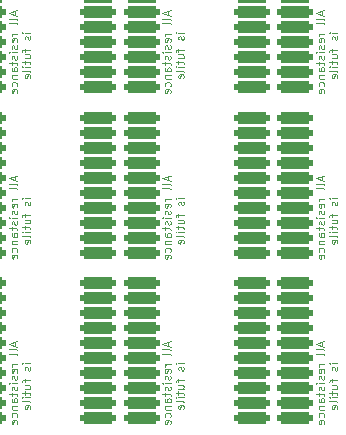
<source format=gbo>
G04 #@! TF.GenerationSoftware,KiCad,Pcbnew,7.0.7*
G04 #@! TF.CreationDate,2023-11-30T18:24:32+01:00*
G04 #@! TF.ProjectId,10K_RNet,31304b5f-524e-4657-942e-6b696361645f,rev?*
G04 #@! TF.SameCoordinates,Original*
G04 #@! TF.FileFunction,Legend,Bot*
G04 #@! TF.FilePolarity,Positive*
%FSLAX46Y46*%
G04 Gerber Fmt 4.6, Leading zero omitted, Abs format (unit mm)*
G04 Created by KiCad (PCBNEW 7.0.7) date 2023-11-30 18:24:32*
%MOMM*%
%LPD*%
G01*
G04 APERTURE LIST*
G04 Aperture macros list*
%AMRoundRect*
0 Rectangle with rounded corners*
0 $1 Rounding radius*
0 $2 $3 $4 $5 $6 $7 $8 $9 X,Y pos of 4 corners*
0 Add a 4 corners polygon primitive as box body*
4,1,4,$2,$3,$4,$5,$6,$7,$8,$9,$2,$3,0*
0 Add four circle primitives for the rounded corners*
1,1,$1+$1,$2,$3*
1,1,$1+$1,$4,$5*
1,1,$1+$1,$6,$7*
1,1,$1+$1,$8,$9*
0 Add four rect primitives between the rounded corners*
20,1,$1+$1,$2,$3,$4,$5,0*
20,1,$1+$1,$4,$5,$6,$7,0*
20,1,$1+$1,$6,$7,$8,$9,0*
20,1,$1+$1,$8,$9,$2,$3,0*%
G04 Aperture macros list end*
%ADD10C,0.087500*%
%ADD11RoundRect,0.275000X-1.225000X-0.275000X1.225000X-0.275000X1.225000X0.275000X-1.225000X0.275000X0*%
G04 APERTURE END LIST*
D10*
X90932783Y-74550000D02*
X90932783Y-74883333D01*
X91132783Y-74483333D02*
X90432783Y-74716667D01*
X90432783Y-74716667D02*
X91132783Y-74950000D01*
X91132783Y-75283333D02*
X91099450Y-75216667D01*
X91099450Y-75216667D02*
X91032783Y-75183333D01*
X91032783Y-75183333D02*
X90432783Y-75183333D01*
X91132783Y-75650000D02*
X91099450Y-75583334D01*
X91099450Y-75583334D02*
X91032783Y-75550000D01*
X91032783Y-75550000D02*
X90432783Y-75550000D01*
X91132783Y-76450000D02*
X90666116Y-76450000D01*
X90799450Y-76450000D02*
X90732783Y-76483334D01*
X90732783Y-76483334D02*
X90699450Y-76516667D01*
X90699450Y-76516667D02*
X90666116Y-76583334D01*
X90666116Y-76583334D02*
X90666116Y-76650000D01*
X91099450Y-77150000D02*
X91132783Y-77083333D01*
X91132783Y-77083333D02*
X91132783Y-76950000D01*
X91132783Y-76950000D02*
X91099450Y-76883333D01*
X91099450Y-76883333D02*
X91032783Y-76850000D01*
X91032783Y-76850000D02*
X90766116Y-76850000D01*
X90766116Y-76850000D02*
X90699450Y-76883333D01*
X90699450Y-76883333D02*
X90666116Y-76950000D01*
X90666116Y-76950000D02*
X90666116Y-77083333D01*
X90666116Y-77083333D02*
X90699450Y-77150000D01*
X90699450Y-77150000D02*
X90766116Y-77183333D01*
X90766116Y-77183333D02*
X90832783Y-77183333D01*
X90832783Y-77183333D02*
X90899450Y-76850000D01*
X91099450Y-77450000D02*
X91132783Y-77516667D01*
X91132783Y-77516667D02*
X91132783Y-77650000D01*
X91132783Y-77650000D02*
X91099450Y-77716667D01*
X91099450Y-77716667D02*
X91032783Y-77750000D01*
X91032783Y-77750000D02*
X90999450Y-77750000D01*
X90999450Y-77750000D02*
X90932783Y-77716667D01*
X90932783Y-77716667D02*
X90899450Y-77650000D01*
X90899450Y-77650000D02*
X90899450Y-77550000D01*
X90899450Y-77550000D02*
X90866116Y-77483333D01*
X90866116Y-77483333D02*
X90799450Y-77450000D01*
X90799450Y-77450000D02*
X90766116Y-77450000D01*
X90766116Y-77450000D02*
X90699450Y-77483333D01*
X90699450Y-77483333D02*
X90666116Y-77550000D01*
X90666116Y-77550000D02*
X90666116Y-77650000D01*
X90666116Y-77650000D02*
X90699450Y-77716667D01*
X91132783Y-78050000D02*
X90666116Y-78050000D01*
X90432783Y-78050000D02*
X90466116Y-78016667D01*
X90466116Y-78016667D02*
X90499450Y-78050000D01*
X90499450Y-78050000D02*
X90466116Y-78083334D01*
X90466116Y-78083334D02*
X90432783Y-78050000D01*
X90432783Y-78050000D02*
X90499450Y-78050000D01*
X91099450Y-78350000D02*
X91132783Y-78416667D01*
X91132783Y-78416667D02*
X91132783Y-78550000D01*
X91132783Y-78550000D02*
X91099450Y-78616667D01*
X91099450Y-78616667D02*
X91032783Y-78650000D01*
X91032783Y-78650000D02*
X90999450Y-78650000D01*
X90999450Y-78650000D02*
X90932783Y-78616667D01*
X90932783Y-78616667D02*
X90899450Y-78550000D01*
X90899450Y-78550000D02*
X90899450Y-78450000D01*
X90899450Y-78450000D02*
X90866116Y-78383333D01*
X90866116Y-78383333D02*
X90799450Y-78350000D01*
X90799450Y-78350000D02*
X90766116Y-78350000D01*
X90766116Y-78350000D02*
X90699450Y-78383333D01*
X90699450Y-78383333D02*
X90666116Y-78450000D01*
X90666116Y-78450000D02*
X90666116Y-78550000D01*
X90666116Y-78550000D02*
X90699450Y-78616667D01*
X90666116Y-78850000D02*
X90666116Y-79116667D01*
X90432783Y-78950000D02*
X91032783Y-78950000D01*
X91032783Y-78950000D02*
X91099450Y-78983334D01*
X91099450Y-78983334D02*
X91132783Y-79050000D01*
X91132783Y-79050000D02*
X91132783Y-79116667D01*
X91132783Y-79650000D02*
X90766116Y-79650000D01*
X90766116Y-79650000D02*
X90699450Y-79616667D01*
X90699450Y-79616667D02*
X90666116Y-79550000D01*
X90666116Y-79550000D02*
X90666116Y-79416667D01*
X90666116Y-79416667D02*
X90699450Y-79350000D01*
X91099450Y-79650000D02*
X91132783Y-79583334D01*
X91132783Y-79583334D02*
X91132783Y-79416667D01*
X91132783Y-79416667D02*
X91099450Y-79350000D01*
X91099450Y-79350000D02*
X91032783Y-79316667D01*
X91032783Y-79316667D02*
X90966116Y-79316667D01*
X90966116Y-79316667D02*
X90899450Y-79350000D01*
X90899450Y-79350000D02*
X90866116Y-79416667D01*
X90866116Y-79416667D02*
X90866116Y-79583334D01*
X90866116Y-79583334D02*
X90832783Y-79650000D01*
X90666116Y-79983333D02*
X91132783Y-79983333D01*
X90732783Y-79983333D02*
X90699450Y-80016667D01*
X90699450Y-80016667D02*
X90666116Y-80083333D01*
X90666116Y-80083333D02*
X90666116Y-80183333D01*
X90666116Y-80183333D02*
X90699450Y-80250000D01*
X90699450Y-80250000D02*
X90766116Y-80283333D01*
X90766116Y-80283333D02*
X91132783Y-80283333D01*
X91099450Y-80916666D02*
X91132783Y-80850000D01*
X91132783Y-80850000D02*
X91132783Y-80716666D01*
X91132783Y-80716666D02*
X91099450Y-80650000D01*
X91099450Y-80650000D02*
X91066116Y-80616666D01*
X91066116Y-80616666D02*
X90999450Y-80583333D01*
X90999450Y-80583333D02*
X90799450Y-80583333D01*
X90799450Y-80583333D02*
X90732783Y-80616666D01*
X90732783Y-80616666D02*
X90699450Y-80650000D01*
X90699450Y-80650000D02*
X90666116Y-80716666D01*
X90666116Y-80716666D02*
X90666116Y-80850000D01*
X90666116Y-80850000D02*
X90699450Y-80916666D01*
X91099450Y-81483333D02*
X91132783Y-81416666D01*
X91132783Y-81416666D02*
X91132783Y-81283333D01*
X91132783Y-81283333D02*
X91099450Y-81216666D01*
X91099450Y-81216666D02*
X91032783Y-81183333D01*
X91032783Y-81183333D02*
X90766116Y-81183333D01*
X90766116Y-81183333D02*
X90699450Y-81216666D01*
X90699450Y-81216666D02*
X90666116Y-81283333D01*
X90666116Y-81283333D02*
X90666116Y-81416666D01*
X90666116Y-81416666D02*
X90699450Y-81483333D01*
X90699450Y-81483333D02*
X90766116Y-81516666D01*
X90766116Y-81516666D02*
X90832783Y-81516666D01*
X90832783Y-81516666D02*
X90899450Y-81183333D01*
X92259783Y-76383333D02*
X91793116Y-76383333D01*
X91559783Y-76383333D02*
X91593116Y-76350000D01*
X91593116Y-76350000D02*
X91626450Y-76383333D01*
X91626450Y-76383333D02*
X91593116Y-76416667D01*
X91593116Y-76416667D02*
X91559783Y-76383333D01*
X91559783Y-76383333D02*
X91626450Y-76383333D01*
X92226450Y-76683333D02*
X92259783Y-76750000D01*
X92259783Y-76750000D02*
X92259783Y-76883333D01*
X92259783Y-76883333D02*
X92226450Y-76950000D01*
X92226450Y-76950000D02*
X92159783Y-76983333D01*
X92159783Y-76983333D02*
X92126450Y-76983333D01*
X92126450Y-76983333D02*
X92059783Y-76950000D01*
X92059783Y-76950000D02*
X92026450Y-76883333D01*
X92026450Y-76883333D02*
X92026450Y-76783333D01*
X92026450Y-76783333D02*
X91993116Y-76716666D01*
X91993116Y-76716666D02*
X91926450Y-76683333D01*
X91926450Y-76683333D02*
X91893116Y-76683333D01*
X91893116Y-76683333D02*
X91826450Y-76716666D01*
X91826450Y-76716666D02*
X91793116Y-76783333D01*
X91793116Y-76783333D02*
X91793116Y-76883333D01*
X91793116Y-76883333D02*
X91826450Y-76950000D01*
X91793116Y-77716666D02*
X91793116Y-77983333D01*
X92259783Y-77816666D02*
X91659783Y-77816666D01*
X91659783Y-77816666D02*
X91593116Y-77850000D01*
X91593116Y-77850000D02*
X91559783Y-77916666D01*
X91559783Y-77916666D02*
X91559783Y-77983333D01*
X91793116Y-78516666D02*
X92259783Y-78516666D01*
X91793116Y-78216666D02*
X92159783Y-78216666D01*
X92159783Y-78216666D02*
X92226450Y-78250000D01*
X92226450Y-78250000D02*
X92259783Y-78316666D01*
X92259783Y-78316666D02*
X92259783Y-78416666D01*
X92259783Y-78416666D02*
X92226450Y-78483333D01*
X92226450Y-78483333D02*
X92193116Y-78516666D01*
X91793116Y-78749999D02*
X91793116Y-79016666D01*
X91559783Y-78849999D02*
X92159783Y-78849999D01*
X92159783Y-78849999D02*
X92226450Y-78883333D01*
X92226450Y-78883333D02*
X92259783Y-78949999D01*
X92259783Y-78949999D02*
X92259783Y-79016666D01*
X92259783Y-79249999D02*
X91793116Y-79249999D01*
X91559783Y-79249999D02*
X91593116Y-79216666D01*
X91593116Y-79216666D02*
X91626450Y-79249999D01*
X91626450Y-79249999D02*
X91593116Y-79283333D01*
X91593116Y-79283333D02*
X91559783Y-79249999D01*
X91559783Y-79249999D02*
X91626450Y-79249999D01*
X92259783Y-79683332D02*
X92226450Y-79616666D01*
X92226450Y-79616666D02*
X92159783Y-79583332D01*
X92159783Y-79583332D02*
X91559783Y-79583332D01*
X92226450Y-80216666D02*
X92259783Y-80149999D01*
X92259783Y-80149999D02*
X92259783Y-80016666D01*
X92259783Y-80016666D02*
X92226450Y-79949999D01*
X92226450Y-79949999D02*
X92159783Y-79916666D01*
X92159783Y-79916666D02*
X91893116Y-79916666D01*
X91893116Y-79916666D02*
X91826450Y-79949999D01*
X91826450Y-79949999D02*
X91793116Y-80016666D01*
X91793116Y-80016666D02*
X91793116Y-80149999D01*
X91793116Y-80149999D02*
X91826450Y-80216666D01*
X91826450Y-80216666D02*
X91893116Y-80249999D01*
X91893116Y-80249999D02*
X91959783Y-80249999D01*
X91959783Y-80249999D02*
X92026450Y-79916666D01*
X77932783Y-74550000D02*
X77932783Y-74883333D01*
X78132783Y-74483333D02*
X77432783Y-74716667D01*
X77432783Y-74716667D02*
X78132783Y-74950000D01*
X78132783Y-75283333D02*
X78099450Y-75216667D01*
X78099450Y-75216667D02*
X78032783Y-75183333D01*
X78032783Y-75183333D02*
X77432783Y-75183333D01*
X78132783Y-75650000D02*
X78099450Y-75583334D01*
X78099450Y-75583334D02*
X78032783Y-75550000D01*
X78032783Y-75550000D02*
X77432783Y-75550000D01*
X78132783Y-76450000D02*
X77666116Y-76450000D01*
X77799450Y-76450000D02*
X77732783Y-76483334D01*
X77732783Y-76483334D02*
X77699450Y-76516667D01*
X77699450Y-76516667D02*
X77666116Y-76583334D01*
X77666116Y-76583334D02*
X77666116Y-76650000D01*
X78099450Y-77150000D02*
X78132783Y-77083333D01*
X78132783Y-77083333D02*
X78132783Y-76950000D01*
X78132783Y-76950000D02*
X78099450Y-76883333D01*
X78099450Y-76883333D02*
X78032783Y-76850000D01*
X78032783Y-76850000D02*
X77766116Y-76850000D01*
X77766116Y-76850000D02*
X77699450Y-76883333D01*
X77699450Y-76883333D02*
X77666116Y-76950000D01*
X77666116Y-76950000D02*
X77666116Y-77083333D01*
X77666116Y-77083333D02*
X77699450Y-77150000D01*
X77699450Y-77150000D02*
X77766116Y-77183333D01*
X77766116Y-77183333D02*
X77832783Y-77183333D01*
X77832783Y-77183333D02*
X77899450Y-76850000D01*
X78099450Y-77450000D02*
X78132783Y-77516667D01*
X78132783Y-77516667D02*
X78132783Y-77650000D01*
X78132783Y-77650000D02*
X78099450Y-77716667D01*
X78099450Y-77716667D02*
X78032783Y-77750000D01*
X78032783Y-77750000D02*
X77999450Y-77750000D01*
X77999450Y-77750000D02*
X77932783Y-77716667D01*
X77932783Y-77716667D02*
X77899450Y-77650000D01*
X77899450Y-77650000D02*
X77899450Y-77550000D01*
X77899450Y-77550000D02*
X77866116Y-77483333D01*
X77866116Y-77483333D02*
X77799450Y-77450000D01*
X77799450Y-77450000D02*
X77766116Y-77450000D01*
X77766116Y-77450000D02*
X77699450Y-77483333D01*
X77699450Y-77483333D02*
X77666116Y-77550000D01*
X77666116Y-77550000D02*
X77666116Y-77650000D01*
X77666116Y-77650000D02*
X77699450Y-77716667D01*
X78132783Y-78050000D02*
X77666116Y-78050000D01*
X77432783Y-78050000D02*
X77466116Y-78016667D01*
X77466116Y-78016667D02*
X77499450Y-78050000D01*
X77499450Y-78050000D02*
X77466116Y-78083334D01*
X77466116Y-78083334D02*
X77432783Y-78050000D01*
X77432783Y-78050000D02*
X77499450Y-78050000D01*
X78099450Y-78350000D02*
X78132783Y-78416667D01*
X78132783Y-78416667D02*
X78132783Y-78550000D01*
X78132783Y-78550000D02*
X78099450Y-78616667D01*
X78099450Y-78616667D02*
X78032783Y-78650000D01*
X78032783Y-78650000D02*
X77999450Y-78650000D01*
X77999450Y-78650000D02*
X77932783Y-78616667D01*
X77932783Y-78616667D02*
X77899450Y-78550000D01*
X77899450Y-78550000D02*
X77899450Y-78450000D01*
X77899450Y-78450000D02*
X77866116Y-78383333D01*
X77866116Y-78383333D02*
X77799450Y-78350000D01*
X77799450Y-78350000D02*
X77766116Y-78350000D01*
X77766116Y-78350000D02*
X77699450Y-78383333D01*
X77699450Y-78383333D02*
X77666116Y-78450000D01*
X77666116Y-78450000D02*
X77666116Y-78550000D01*
X77666116Y-78550000D02*
X77699450Y-78616667D01*
X77666116Y-78850000D02*
X77666116Y-79116667D01*
X77432783Y-78950000D02*
X78032783Y-78950000D01*
X78032783Y-78950000D02*
X78099450Y-78983334D01*
X78099450Y-78983334D02*
X78132783Y-79050000D01*
X78132783Y-79050000D02*
X78132783Y-79116667D01*
X78132783Y-79650000D02*
X77766116Y-79650000D01*
X77766116Y-79650000D02*
X77699450Y-79616667D01*
X77699450Y-79616667D02*
X77666116Y-79550000D01*
X77666116Y-79550000D02*
X77666116Y-79416667D01*
X77666116Y-79416667D02*
X77699450Y-79350000D01*
X78099450Y-79650000D02*
X78132783Y-79583334D01*
X78132783Y-79583334D02*
X78132783Y-79416667D01*
X78132783Y-79416667D02*
X78099450Y-79350000D01*
X78099450Y-79350000D02*
X78032783Y-79316667D01*
X78032783Y-79316667D02*
X77966116Y-79316667D01*
X77966116Y-79316667D02*
X77899450Y-79350000D01*
X77899450Y-79350000D02*
X77866116Y-79416667D01*
X77866116Y-79416667D02*
X77866116Y-79583334D01*
X77866116Y-79583334D02*
X77832783Y-79650000D01*
X77666116Y-79983333D02*
X78132783Y-79983333D01*
X77732783Y-79983333D02*
X77699450Y-80016667D01*
X77699450Y-80016667D02*
X77666116Y-80083333D01*
X77666116Y-80083333D02*
X77666116Y-80183333D01*
X77666116Y-80183333D02*
X77699450Y-80250000D01*
X77699450Y-80250000D02*
X77766116Y-80283333D01*
X77766116Y-80283333D02*
X78132783Y-80283333D01*
X78099450Y-80916666D02*
X78132783Y-80850000D01*
X78132783Y-80850000D02*
X78132783Y-80716666D01*
X78132783Y-80716666D02*
X78099450Y-80650000D01*
X78099450Y-80650000D02*
X78066116Y-80616666D01*
X78066116Y-80616666D02*
X77999450Y-80583333D01*
X77999450Y-80583333D02*
X77799450Y-80583333D01*
X77799450Y-80583333D02*
X77732783Y-80616666D01*
X77732783Y-80616666D02*
X77699450Y-80650000D01*
X77699450Y-80650000D02*
X77666116Y-80716666D01*
X77666116Y-80716666D02*
X77666116Y-80850000D01*
X77666116Y-80850000D02*
X77699450Y-80916666D01*
X78099450Y-81483333D02*
X78132783Y-81416666D01*
X78132783Y-81416666D02*
X78132783Y-81283333D01*
X78132783Y-81283333D02*
X78099450Y-81216666D01*
X78099450Y-81216666D02*
X78032783Y-81183333D01*
X78032783Y-81183333D02*
X77766116Y-81183333D01*
X77766116Y-81183333D02*
X77699450Y-81216666D01*
X77699450Y-81216666D02*
X77666116Y-81283333D01*
X77666116Y-81283333D02*
X77666116Y-81416666D01*
X77666116Y-81416666D02*
X77699450Y-81483333D01*
X77699450Y-81483333D02*
X77766116Y-81516666D01*
X77766116Y-81516666D02*
X77832783Y-81516666D01*
X77832783Y-81516666D02*
X77899450Y-81183333D01*
X79259783Y-76383333D02*
X78793116Y-76383333D01*
X78559783Y-76383333D02*
X78593116Y-76350000D01*
X78593116Y-76350000D02*
X78626450Y-76383333D01*
X78626450Y-76383333D02*
X78593116Y-76416667D01*
X78593116Y-76416667D02*
X78559783Y-76383333D01*
X78559783Y-76383333D02*
X78626450Y-76383333D01*
X79226450Y-76683333D02*
X79259783Y-76750000D01*
X79259783Y-76750000D02*
X79259783Y-76883333D01*
X79259783Y-76883333D02*
X79226450Y-76950000D01*
X79226450Y-76950000D02*
X79159783Y-76983333D01*
X79159783Y-76983333D02*
X79126450Y-76983333D01*
X79126450Y-76983333D02*
X79059783Y-76950000D01*
X79059783Y-76950000D02*
X79026450Y-76883333D01*
X79026450Y-76883333D02*
X79026450Y-76783333D01*
X79026450Y-76783333D02*
X78993116Y-76716666D01*
X78993116Y-76716666D02*
X78926450Y-76683333D01*
X78926450Y-76683333D02*
X78893116Y-76683333D01*
X78893116Y-76683333D02*
X78826450Y-76716666D01*
X78826450Y-76716666D02*
X78793116Y-76783333D01*
X78793116Y-76783333D02*
X78793116Y-76883333D01*
X78793116Y-76883333D02*
X78826450Y-76950000D01*
X78793116Y-77716666D02*
X78793116Y-77983333D01*
X79259783Y-77816666D02*
X78659783Y-77816666D01*
X78659783Y-77816666D02*
X78593116Y-77850000D01*
X78593116Y-77850000D02*
X78559783Y-77916666D01*
X78559783Y-77916666D02*
X78559783Y-77983333D01*
X78793116Y-78516666D02*
X79259783Y-78516666D01*
X78793116Y-78216666D02*
X79159783Y-78216666D01*
X79159783Y-78216666D02*
X79226450Y-78250000D01*
X79226450Y-78250000D02*
X79259783Y-78316666D01*
X79259783Y-78316666D02*
X79259783Y-78416666D01*
X79259783Y-78416666D02*
X79226450Y-78483333D01*
X79226450Y-78483333D02*
X79193116Y-78516666D01*
X78793116Y-78749999D02*
X78793116Y-79016666D01*
X78559783Y-78849999D02*
X79159783Y-78849999D01*
X79159783Y-78849999D02*
X79226450Y-78883333D01*
X79226450Y-78883333D02*
X79259783Y-78949999D01*
X79259783Y-78949999D02*
X79259783Y-79016666D01*
X79259783Y-79249999D02*
X78793116Y-79249999D01*
X78559783Y-79249999D02*
X78593116Y-79216666D01*
X78593116Y-79216666D02*
X78626450Y-79249999D01*
X78626450Y-79249999D02*
X78593116Y-79283333D01*
X78593116Y-79283333D02*
X78559783Y-79249999D01*
X78559783Y-79249999D02*
X78626450Y-79249999D01*
X79259783Y-79683332D02*
X79226450Y-79616666D01*
X79226450Y-79616666D02*
X79159783Y-79583332D01*
X79159783Y-79583332D02*
X78559783Y-79583332D01*
X79226450Y-80216666D02*
X79259783Y-80149999D01*
X79259783Y-80149999D02*
X79259783Y-80016666D01*
X79259783Y-80016666D02*
X79226450Y-79949999D01*
X79226450Y-79949999D02*
X79159783Y-79916666D01*
X79159783Y-79916666D02*
X78893116Y-79916666D01*
X78893116Y-79916666D02*
X78826450Y-79949999D01*
X78826450Y-79949999D02*
X78793116Y-80016666D01*
X78793116Y-80016666D02*
X78793116Y-80149999D01*
X78793116Y-80149999D02*
X78826450Y-80216666D01*
X78826450Y-80216666D02*
X78893116Y-80249999D01*
X78893116Y-80249999D02*
X78959783Y-80249999D01*
X78959783Y-80249999D02*
X79026450Y-79916666D01*
X90932783Y-60550000D02*
X90932783Y-60883333D01*
X91132783Y-60483333D02*
X90432783Y-60716667D01*
X90432783Y-60716667D02*
X91132783Y-60950000D01*
X91132783Y-61283333D02*
X91099450Y-61216667D01*
X91099450Y-61216667D02*
X91032783Y-61183333D01*
X91032783Y-61183333D02*
X90432783Y-61183333D01*
X91132783Y-61650000D02*
X91099450Y-61583334D01*
X91099450Y-61583334D02*
X91032783Y-61550000D01*
X91032783Y-61550000D02*
X90432783Y-61550000D01*
X91132783Y-62450000D02*
X90666116Y-62450000D01*
X90799450Y-62450000D02*
X90732783Y-62483334D01*
X90732783Y-62483334D02*
X90699450Y-62516667D01*
X90699450Y-62516667D02*
X90666116Y-62583334D01*
X90666116Y-62583334D02*
X90666116Y-62650000D01*
X91099450Y-63150000D02*
X91132783Y-63083333D01*
X91132783Y-63083333D02*
X91132783Y-62950000D01*
X91132783Y-62950000D02*
X91099450Y-62883333D01*
X91099450Y-62883333D02*
X91032783Y-62850000D01*
X91032783Y-62850000D02*
X90766116Y-62850000D01*
X90766116Y-62850000D02*
X90699450Y-62883333D01*
X90699450Y-62883333D02*
X90666116Y-62950000D01*
X90666116Y-62950000D02*
X90666116Y-63083333D01*
X90666116Y-63083333D02*
X90699450Y-63150000D01*
X90699450Y-63150000D02*
X90766116Y-63183333D01*
X90766116Y-63183333D02*
X90832783Y-63183333D01*
X90832783Y-63183333D02*
X90899450Y-62850000D01*
X91099450Y-63450000D02*
X91132783Y-63516667D01*
X91132783Y-63516667D02*
X91132783Y-63650000D01*
X91132783Y-63650000D02*
X91099450Y-63716667D01*
X91099450Y-63716667D02*
X91032783Y-63750000D01*
X91032783Y-63750000D02*
X90999450Y-63750000D01*
X90999450Y-63750000D02*
X90932783Y-63716667D01*
X90932783Y-63716667D02*
X90899450Y-63650000D01*
X90899450Y-63650000D02*
X90899450Y-63550000D01*
X90899450Y-63550000D02*
X90866116Y-63483333D01*
X90866116Y-63483333D02*
X90799450Y-63450000D01*
X90799450Y-63450000D02*
X90766116Y-63450000D01*
X90766116Y-63450000D02*
X90699450Y-63483333D01*
X90699450Y-63483333D02*
X90666116Y-63550000D01*
X90666116Y-63550000D02*
X90666116Y-63650000D01*
X90666116Y-63650000D02*
X90699450Y-63716667D01*
X91132783Y-64050000D02*
X90666116Y-64050000D01*
X90432783Y-64050000D02*
X90466116Y-64016667D01*
X90466116Y-64016667D02*
X90499450Y-64050000D01*
X90499450Y-64050000D02*
X90466116Y-64083334D01*
X90466116Y-64083334D02*
X90432783Y-64050000D01*
X90432783Y-64050000D02*
X90499450Y-64050000D01*
X91099450Y-64350000D02*
X91132783Y-64416667D01*
X91132783Y-64416667D02*
X91132783Y-64550000D01*
X91132783Y-64550000D02*
X91099450Y-64616667D01*
X91099450Y-64616667D02*
X91032783Y-64650000D01*
X91032783Y-64650000D02*
X90999450Y-64650000D01*
X90999450Y-64650000D02*
X90932783Y-64616667D01*
X90932783Y-64616667D02*
X90899450Y-64550000D01*
X90899450Y-64550000D02*
X90899450Y-64450000D01*
X90899450Y-64450000D02*
X90866116Y-64383333D01*
X90866116Y-64383333D02*
X90799450Y-64350000D01*
X90799450Y-64350000D02*
X90766116Y-64350000D01*
X90766116Y-64350000D02*
X90699450Y-64383333D01*
X90699450Y-64383333D02*
X90666116Y-64450000D01*
X90666116Y-64450000D02*
X90666116Y-64550000D01*
X90666116Y-64550000D02*
X90699450Y-64616667D01*
X90666116Y-64850000D02*
X90666116Y-65116667D01*
X90432783Y-64950000D02*
X91032783Y-64950000D01*
X91032783Y-64950000D02*
X91099450Y-64983334D01*
X91099450Y-64983334D02*
X91132783Y-65050000D01*
X91132783Y-65050000D02*
X91132783Y-65116667D01*
X91132783Y-65650000D02*
X90766116Y-65650000D01*
X90766116Y-65650000D02*
X90699450Y-65616667D01*
X90699450Y-65616667D02*
X90666116Y-65550000D01*
X90666116Y-65550000D02*
X90666116Y-65416667D01*
X90666116Y-65416667D02*
X90699450Y-65350000D01*
X91099450Y-65650000D02*
X91132783Y-65583334D01*
X91132783Y-65583334D02*
X91132783Y-65416667D01*
X91132783Y-65416667D02*
X91099450Y-65350000D01*
X91099450Y-65350000D02*
X91032783Y-65316667D01*
X91032783Y-65316667D02*
X90966116Y-65316667D01*
X90966116Y-65316667D02*
X90899450Y-65350000D01*
X90899450Y-65350000D02*
X90866116Y-65416667D01*
X90866116Y-65416667D02*
X90866116Y-65583334D01*
X90866116Y-65583334D02*
X90832783Y-65650000D01*
X90666116Y-65983333D02*
X91132783Y-65983333D01*
X90732783Y-65983333D02*
X90699450Y-66016667D01*
X90699450Y-66016667D02*
X90666116Y-66083333D01*
X90666116Y-66083333D02*
X90666116Y-66183333D01*
X90666116Y-66183333D02*
X90699450Y-66250000D01*
X90699450Y-66250000D02*
X90766116Y-66283333D01*
X90766116Y-66283333D02*
X91132783Y-66283333D01*
X91099450Y-66916666D02*
X91132783Y-66850000D01*
X91132783Y-66850000D02*
X91132783Y-66716666D01*
X91132783Y-66716666D02*
X91099450Y-66650000D01*
X91099450Y-66650000D02*
X91066116Y-66616666D01*
X91066116Y-66616666D02*
X90999450Y-66583333D01*
X90999450Y-66583333D02*
X90799450Y-66583333D01*
X90799450Y-66583333D02*
X90732783Y-66616666D01*
X90732783Y-66616666D02*
X90699450Y-66650000D01*
X90699450Y-66650000D02*
X90666116Y-66716666D01*
X90666116Y-66716666D02*
X90666116Y-66850000D01*
X90666116Y-66850000D02*
X90699450Y-66916666D01*
X91099450Y-67483333D02*
X91132783Y-67416666D01*
X91132783Y-67416666D02*
X91132783Y-67283333D01*
X91132783Y-67283333D02*
X91099450Y-67216666D01*
X91099450Y-67216666D02*
X91032783Y-67183333D01*
X91032783Y-67183333D02*
X90766116Y-67183333D01*
X90766116Y-67183333D02*
X90699450Y-67216666D01*
X90699450Y-67216666D02*
X90666116Y-67283333D01*
X90666116Y-67283333D02*
X90666116Y-67416666D01*
X90666116Y-67416666D02*
X90699450Y-67483333D01*
X90699450Y-67483333D02*
X90766116Y-67516666D01*
X90766116Y-67516666D02*
X90832783Y-67516666D01*
X90832783Y-67516666D02*
X90899450Y-67183333D01*
X92259783Y-62383333D02*
X91793116Y-62383333D01*
X91559783Y-62383333D02*
X91593116Y-62350000D01*
X91593116Y-62350000D02*
X91626450Y-62383333D01*
X91626450Y-62383333D02*
X91593116Y-62416667D01*
X91593116Y-62416667D02*
X91559783Y-62383333D01*
X91559783Y-62383333D02*
X91626450Y-62383333D01*
X92226450Y-62683333D02*
X92259783Y-62750000D01*
X92259783Y-62750000D02*
X92259783Y-62883333D01*
X92259783Y-62883333D02*
X92226450Y-62950000D01*
X92226450Y-62950000D02*
X92159783Y-62983333D01*
X92159783Y-62983333D02*
X92126450Y-62983333D01*
X92126450Y-62983333D02*
X92059783Y-62950000D01*
X92059783Y-62950000D02*
X92026450Y-62883333D01*
X92026450Y-62883333D02*
X92026450Y-62783333D01*
X92026450Y-62783333D02*
X91993116Y-62716666D01*
X91993116Y-62716666D02*
X91926450Y-62683333D01*
X91926450Y-62683333D02*
X91893116Y-62683333D01*
X91893116Y-62683333D02*
X91826450Y-62716666D01*
X91826450Y-62716666D02*
X91793116Y-62783333D01*
X91793116Y-62783333D02*
X91793116Y-62883333D01*
X91793116Y-62883333D02*
X91826450Y-62950000D01*
X91793116Y-63716666D02*
X91793116Y-63983333D01*
X92259783Y-63816666D02*
X91659783Y-63816666D01*
X91659783Y-63816666D02*
X91593116Y-63850000D01*
X91593116Y-63850000D02*
X91559783Y-63916666D01*
X91559783Y-63916666D02*
X91559783Y-63983333D01*
X91793116Y-64516666D02*
X92259783Y-64516666D01*
X91793116Y-64216666D02*
X92159783Y-64216666D01*
X92159783Y-64216666D02*
X92226450Y-64250000D01*
X92226450Y-64250000D02*
X92259783Y-64316666D01*
X92259783Y-64316666D02*
X92259783Y-64416666D01*
X92259783Y-64416666D02*
X92226450Y-64483333D01*
X92226450Y-64483333D02*
X92193116Y-64516666D01*
X91793116Y-64749999D02*
X91793116Y-65016666D01*
X91559783Y-64849999D02*
X92159783Y-64849999D01*
X92159783Y-64849999D02*
X92226450Y-64883333D01*
X92226450Y-64883333D02*
X92259783Y-64949999D01*
X92259783Y-64949999D02*
X92259783Y-65016666D01*
X92259783Y-65249999D02*
X91793116Y-65249999D01*
X91559783Y-65249999D02*
X91593116Y-65216666D01*
X91593116Y-65216666D02*
X91626450Y-65249999D01*
X91626450Y-65249999D02*
X91593116Y-65283333D01*
X91593116Y-65283333D02*
X91559783Y-65249999D01*
X91559783Y-65249999D02*
X91626450Y-65249999D01*
X92259783Y-65683332D02*
X92226450Y-65616666D01*
X92226450Y-65616666D02*
X92159783Y-65583332D01*
X92159783Y-65583332D02*
X91559783Y-65583332D01*
X92226450Y-66216666D02*
X92259783Y-66149999D01*
X92259783Y-66149999D02*
X92259783Y-66016666D01*
X92259783Y-66016666D02*
X92226450Y-65949999D01*
X92226450Y-65949999D02*
X92159783Y-65916666D01*
X92159783Y-65916666D02*
X91893116Y-65916666D01*
X91893116Y-65916666D02*
X91826450Y-65949999D01*
X91826450Y-65949999D02*
X91793116Y-66016666D01*
X91793116Y-66016666D02*
X91793116Y-66149999D01*
X91793116Y-66149999D02*
X91826450Y-66216666D01*
X91826450Y-66216666D02*
X91893116Y-66249999D01*
X91893116Y-66249999D02*
X91959783Y-66249999D01*
X91959783Y-66249999D02*
X92026450Y-65916666D01*
X77932783Y-60550000D02*
X77932783Y-60883333D01*
X78132783Y-60483333D02*
X77432783Y-60716667D01*
X77432783Y-60716667D02*
X78132783Y-60950000D01*
X78132783Y-61283333D02*
X78099450Y-61216667D01*
X78099450Y-61216667D02*
X78032783Y-61183333D01*
X78032783Y-61183333D02*
X77432783Y-61183333D01*
X78132783Y-61650000D02*
X78099450Y-61583334D01*
X78099450Y-61583334D02*
X78032783Y-61550000D01*
X78032783Y-61550000D02*
X77432783Y-61550000D01*
X78132783Y-62450000D02*
X77666116Y-62450000D01*
X77799450Y-62450000D02*
X77732783Y-62483334D01*
X77732783Y-62483334D02*
X77699450Y-62516667D01*
X77699450Y-62516667D02*
X77666116Y-62583334D01*
X77666116Y-62583334D02*
X77666116Y-62650000D01*
X78099450Y-63150000D02*
X78132783Y-63083333D01*
X78132783Y-63083333D02*
X78132783Y-62950000D01*
X78132783Y-62950000D02*
X78099450Y-62883333D01*
X78099450Y-62883333D02*
X78032783Y-62850000D01*
X78032783Y-62850000D02*
X77766116Y-62850000D01*
X77766116Y-62850000D02*
X77699450Y-62883333D01*
X77699450Y-62883333D02*
X77666116Y-62950000D01*
X77666116Y-62950000D02*
X77666116Y-63083333D01*
X77666116Y-63083333D02*
X77699450Y-63150000D01*
X77699450Y-63150000D02*
X77766116Y-63183333D01*
X77766116Y-63183333D02*
X77832783Y-63183333D01*
X77832783Y-63183333D02*
X77899450Y-62850000D01*
X78099450Y-63450000D02*
X78132783Y-63516667D01*
X78132783Y-63516667D02*
X78132783Y-63650000D01*
X78132783Y-63650000D02*
X78099450Y-63716667D01*
X78099450Y-63716667D02*
X78032783Y-63750000D01*
X78032783Y-63750000D02*
X77999450Y-63750000D01*
X77999450Y-63750000D02*
X77932783Y-63716667D01*
X77932783Y-63716667D02*
X77899450Y-63650000D01*
X77899450Y-63650000D02*
X77899450Y-63550000D01*
X77899450Y-63550000D02*
X77866116Y-63483333D01*
X77866116Y-63483333D02*
X77799450Y-63450000D01*
X77799450Y-63450000D02*
X77766116Y-63450000D01*
X77766116Y-63450000D02*
X77699450Y-63483333D01*
X77699450Y-63483333D02*
X77666116Y-63550000D01*
X77666116Y-63550000D02*
X77666116Y-63650000D01*
X77666116Y-63650000D02*
X77699450Y-63716667D01*
X78132783Y-64050000D02*
X77666116Y-64050000D01*
X77432783Y-64050000D02*
X77466116Y-64016667D01*
X77466116Y-64016667D02*
X77499450Y-64050000D01*
X77499450Y-64050000D02*
X77466116Y-64083334D01*
X77466116Y-64083334D02*
X77432783Y-64050000D01*
X77432783Y-64050000D02*
X77499450Y-64050000D01*
X78099450Y-64350000D02*
X78132783Y-64416667D01*
X78132783Y-64416667D02*
X78132783Y-64550000D01*
X78132783Y-64550000D02*
X78099450Y-64616667D01*
X78099450Y-64616667D02*
X78032783Y-64650000D01*
X78032783Y-64650000D02*
X77999450Y-64650000D01*
X77999450Y-64650000D02*
X77932783Y-64616667D01*
X77932783Y-64616667D02*
X77899450Y-64550000D01*
X77899450Y-64550000D02*
X77899450Y-64450000D01*
X77899450Y-64450000D02*
X77866116Y-64383333D01*
X77866116Y-64383333D02*
X77799450Y-64350000D01*
X77799450Y-64350000D02*
X77766116Y-64350000D01*
X77766116Y-64350000D02*
X77699450Y-64383333D01*
X77699450Y-64383333D02*
X77666116Y-64450000D01*
X77666116Y-64450000D02*
X77666116Y-64550000D01*
X77666116Y-64550000D02*
X77699450Y-64616667D01*
X77666116Y-64850000D02*
X77666116Y-65116667D01*
X77432783Y-64950000D02*
X78032783Y-64950000D01*
X78032783Y-64950000D02*
X78099450Y-64983334D01*
X78099450Y-64983334D02*
X78132783Y-65050000D01*
X78132783Y-65050000D02*
X78132783Y-65116667D01*
X78132783Y-65650000D02*
X77766116Y-65650000D01*
X77766116Y-65650000D02*
X77699450Y-65616667D01*
X77699450Y-65616667D02*
X77666116Y-65550000D01*
X77666116Y-65550000D02*
X77666116Y-65416667D01*
X77666116Y-65416667D02*
X77699450Y-65350000D01*
X78099450Y-65650000D02*
X78132783Y-65583334D01*
X78132783Y-65583334D02*
X78132783Y-65416667D01*
X78132783Y-65416667D02*
X78099450Y-65350000D01*
X78099450Y-65350000D02*
X78032783Y-65316667D01*
X78032783Y-65316667D02*
X77966116Y-65316667D01*
X77966116Y-65316667D02*
X77899450Y-65350000D01*
X77899450Y-65350000D02*
X77866116Y-65416667D01*
X77866116Y-65416667D02*
X77866116Y-65583334D01*
X77866116Y-65583334D02*
X77832783Y-65650000D01*
X77666116Y-65983333D02*
X78132783Y-65983333D01*
X77732783Y-65983333D02*
X77699450Y-66016667D01*
X77699450Y-66016667D02*
X77666116Y-66083333D01*
X77666116Y-66083333D02*
X77666116Y-66183333D01*
X77666116Y-66183333D02*
X77699450Y-66250000D01*
X77699450Y-66250000D02*
X77766116Y-66283333D01*
X77766116Y-66283333D02*
X78132783Y-66283333D01*
X78099450Y-66916666D02*
X78132783Y-66850000D01*
X78132783Y-66850000D02*
X78132783Y-66716666D01*
X78132783Y-66716666D02*
X78099450Y-66650000D01*
X78099450Y-66650000D02*
X78066116Y-66616666D01*
X78066116Y-66616666D02*
X77999450Y-66583333D01*
X77999450Y-66583333D02*
X77799450Y-66583333D01*
X77799450Y-66583333D02*
X77732783Y-66616666D01*
X77732783Y-66616666D02*
X77699450Y-66650000D01*
X77699450Y-66650000D02*
X77666116Y-66716666D01*
X77666116Y-66716666D02*
X77666116Y-66850000D01*
X77666116Y-66850000D02*
X77699450Y-66916666D01*
X78099450Y-67483333D02*
X78132783Y-67416666D01*
X78132783Y-67416666D02*
X78132783Y-67283333D01*
X78132783Y-67283333D02*
X78099450Y-67216666D01*
X78099450Y-67216666D02*
X78032783Y-67183333D01*
X78032783Y-67183333D02*
X77766116Y-67183333D01*
X77766116Y-67183333D02*
X77699450Y-67216666D01*
X77699450Y-67216666D02*
X77666116Y-67283333D01*
X77666116Y-67283333D02*
X77666116Y-67416666D01*
X77666116Y-67416666D02*
X77699450Y-67483333D01*
X77699450Y-67483333D02*
X77766116Y-67516666D01*
X77766116Y-67516666D02*
X77832783Y-67516666D01*
X77832783Y-67516666D02*
X77899450Y-67183333D01*
X79259783Y-62383333D02*
X78793116Y-62383333D01*
X78559783Y-62383333D02*
X78593116Y-62350000D01*
X78593116Y-62350000D02*
X78626450Y-62383333D01*
X78626450Y-62383333D02*
X78593116Y-62416667D01*
X78593116Y-62416667D02*
X78559783Y-62383333D01*
X78559783Y-62383333D02*
X78626450Y-62383333D01*
X79226450Y-62683333D02*
X79259783Y-62750000D01*
X79259783Y-62750000D02*
X79259783Y-62883333D01*
X79259783Y-62883333D02*
X79226450Y-62950000D01*
X79226450Y-62950000D02*
X79159783Y-62983333D01*
X79159783Y-62983333D02*
X79126450Y-62983333D01*
X79126450Y-62983333D02*
X79059783Y-62950000D01*
X79059783Y-62950000D02*
X79026450Y-62883333D01*
X79026450Y-62883333D02*
X79026450Y-62783333D01*
X79026450Y-62783333D02*
X78993116Y-62716666D01*
X78993116Y-62716666D02*
X78926450Y-62683333D01*
X78926450Y-62683333D02*
X78893116Y-62683333D01*
X78893116Y-62683333D02*
X78826450Y-62716666D01*
X78826450Y-62716666D02*
X78793116Y-62783333D01*
X78793116Y-62783333D02*
X78793116Y-62883333D01*
X78793116Y-62883333D02*
X78826450Y-62950000D01*
X78793116Y-63716666D02*
X78793116Y-63983333D01*
X79259783Y-63816666D02*
X78659783Y-63816666D01*
X78659783Y-63816666D02*
X78593116Y-63850000D01*
X78593116Y-63850000D02*
X78559783Y-63916666D01*
X78559783Y-63916666D02*
X78559783Y-63983333D01*
X78793116Y-64516666D02*
X79259783Y-64516666D01*
X78793116Y-64216666D02*
X79159783Y-64216666D01*
X79159783Y-64216666D02*
X79226450Y-64250000D01*
X79226450Y-64250000D02*
X79259783Y-64316666D01*
X79259783Y-64316666D02*
X79259783Y-64416666D01*
X79259783Y-64416666D02*
X79226450Y-64483333D01*
X79226450Y-64483333D02*
X79193116Y-64516666D01*
X78793116Y-64749999D02*
X78793116Y-65016666D01*
X78559783Y-64849999D02*
X79159783Y-64849999D01*
X79159783Y-64849999D02*
X79226450Y-64883333D01*
X79226450Y-64883333D02*
X79259783Y-64949999D01*
X79259783Y-64949999D02*
X79259783Y-65016666D01*
X79259783Y-65249999D02*
X78793116Y-65249999D01*
X78559783Y-65249999D02*
X78593116Y-65216666D01*
X78593116Y-65216666D02*
X78626450Y-65249999D01*
X78626450Y-65249999D02*
X78593116Y-65283333D01*
X78593116Y-65283333D02*
X78559783Y-65249999D01*
X78559783Y-65249999D02*
X78626450Y-65249999D01*
X79259783Y-65683332D02*
X79226450Y-65616666D01*
X79226450Y-65616666D02*
X79159783Y-65583332D01*
X79159783Y-65583332D02*
X78559783Y-65583332D01*
X79226450Y-66216666D02*
X79259783Y-66149999D01*
X79259783Y-66149999D02*
X79259783Y-66016666D01*
X79259783Y-66016666D02*
X79226450Y-65949999D01*
X79226450Y-65949999D02*
X79159783Y-65916666D01*
X79159783Y-65916666D02*
X78893116Y-65916666D01*
X78893116Y-65916666D02*
X78826450Y-65949999D01*
X78826450Y-65949999D02*
X78793116Y-66016666D01*
X78793116Y-66016666D02*
X78793116Y-66149999D01*
X78793116Y-66149999D02*
X78826450Y-66216666D01*
X78826450Y-66216666D02*
X78893116Y-66249999D01*
X78893116Y-66249999D02*
X78959783Y-66249999D01*
X78959783Y-66249999D02*
X79026450Y-65916666D01*
X64932783Y-74550000D02*
X64932783Y-74883333D01*
X65132783Y-74483333D02*
X64432783Y-74716667D01*
X64432783Y-74716667D02*
X65132783Y-74950000D01*
X65132783Y-75283333D02*
X65099450Y-75216667D01*
X65099450Y-75216667D02*
X65032783Y-75183333D01*
X65032783Y-75183333D02*
X64432783Y-75183333D01*
X65132783Y-75650000D02*
X65099450Y-75583334D01*
X65099450Y-75583334D02*
X65032783Y-75550000D01*
X65032783Y-75550000D02*
X64432783Y-75550000D01*
X65132783Y-76450000D02*
X64666116Y-76450000D01*
X64799450Y-76450000D02*
X64732783Y-76483334D01*
X64732783Y-76483334D02*
X64699450Y-76516667D01*
X64699450Y-76516667D02*
X64666116Y-76583334D01*
X64666116Y-76583334D02*
X64666116Y-76650000D01*
X65099450Y-77150000D02*
X65132783Y-77083333D01*
X65132783Y-77083333D02*
X65132783Y-76950000D01*
X65132783Y-76950000D02*
X65099450Y-76883333D01*
X65099450Y-76883333D02*
X65032783Y-76850000D01*
X65032783Y-76850000D02*
X64766116Y-76850000D01*
X64766116Y-76850000D02*
X64699450Y-76883333D01*
X64699450Y-76883333D02*
X64666116Y-76950000D01*
X64666116Y-76950000D02*
X64666116Y-77083333D01*
X64666116Y-77083333D02*
X64699450Y-77150000D01*
X64699450Y-77150000D02*
X64766116Y-77183333D01*
X64766116Y-77183333D02*
X64832783Y-77183333D01*
X64832783Y-77183333D02*
X64899450Y-76850000D01*
X65099450Y-77450000D02*
X65132783Y-77516667D01*
X65132783Y-77516667D02*
X65132783Y-77650000D01*
X65132783Y-77650000D02*
X65099450Y-77716667D01*
X65099450Y-77716667D02*
X65032783Y-77750000D01*
X65032783Y-77750000D02*
X64999450Y-77750000D01*
X64999450Y-77750000D02*
X64932783Y-77716667D01*
X64932783Y-77716667D02*
X64899450Y-77650000D01*
X64899450Y-77650000D02*
X64899450Y-77550000D01*
X64899450Y-77550000D02*
X64866116Y-77483333D01*
X64866116Y-77483333D02*
X64799450Y-77450000D01*
X64799450Y-77450000D02*
X64766116Y-77450000D01*
X64766116Y-77450000D02*
X64699450Y-77483333D01*
X64699450Y-77483333D02*
X64666116Y-77550000D01*
X64666116Y-77550000D02*
X64666116Y-77650000D01*
X64666116Y-77650000D02*
X64699450Y-77716667D01*
X65132783Y-78050000D02*
X64666116Y-78050000D01*
X64432783Y-78050000D02*
X64466116Y-78016667D01*
X64466116Y-78016667D02*
X64499450Y-78050000D01*
X64499450Y-78050000D02*
X64466116Y-78083334D01*
X64466116Y-78083334D02*
X64432783Y-78050000D01*
X64432783Y-78050000D02*
X64499450Y-78050000D01*
X65099450Y-78350000D02*
X65132783Y-78416667D01*
X65132783Y-78416667D02*
X65132783Y-78550000D01*
X65132783Y-78550000D02*
X65099450Y-78616667D01*
X65099450Y-78616667D02*
X65032783Y-78650000D01*
X65032783Y-78650000D02*
X64999450Y-78650000D01*
X64999450Y-78650000D02*
X64932783Y-78616667D01*
X64932783Y-78616667D02*
X64899450Y-78550000D01*
X64899450Y-78550000D02*
X64899450Y-78450000D01*
X64899450Y-78450000D02*
X64866116Y-78383333D01*
X64866116Y-78383333D02*
X64799450Y-78350000D01*
X64799450Y-78350000D02*
X64766116Y-78350000D01*
X64766116Y-78350000D02*
X64699450Y-78383333D01*
X64699450Y-78383333D02*
X64666116Y-78450000D01*
X64666116Y-78450000D02*
X64666116Y-78550000D01*
X64666116Y-78550000D02*
X64699450Y-78616667D01*
X64666116Y-78850000D02*
X64666116Y-79116667D01*
X64432783Y-78950000D02*
X65032783Y-78950000D01*
X65032783Y-78950000D02*
X65099450Y-78983334D01*
X65099450Y-78983334D02*
X65132783Y-79050000D01*
X65132783Y-79050000D02*
X65132783Y-79116667D01*
X65132783Y-79650000D02*
X64766116Y-79650000D01*
X64766116Y-79650000D02*
X64699450Y-79616667D01*
X64699450Y-79616667D02*
X64666116Y-79550000D01*
X64666116Y-79550000D02*
X64666116Y-79416667D01*
X64666116Y-79416667D02*
X64699450Y-79350000D01*
X65099450Y-79650000D02*
X65132783Y-79583334D01*
X65132783Y-79583334D02*
X65132783Y-79416667D01*
X65132783Y-79416667D02*
X65099450Y-79350000D01*
X65099450Y-79350000D02*
X65032783Y-79316667D01*
X65032783Y-79316667D02*
X64966116Y-79316667D01*
X64966116Y-79316667D02*
X64899450Y-79350000D01*
X64899450Y-79350000D02*
X64866116Y-79416667D01*
X64866116Y-79416667D02*
X64866116Y-79583334D01*
X64866116Y-79583334D02*
X64832783Y-79650000D01*
X64666116Y-79983333D02*
X65132783Y-79983333D01*
X64732783Y-79983333D02*
X64699450Y-80016667D01*
X64699450Y-80016667D02*
X64666116Y-80083333D01*
X64666116Y-80083333D02*
X64666116Y-80183333D01*
X64666116Y-80183333D02*
X64699450Y-80250000D01*
X64699450Y-80250000D02*
X64766116Y-80283333D01*
X64766116Y-80283333D02*
X65132783Y-80283333D01*
X65099450Y-80916666D02*
X65132783Y-80850000D01*
X65132783Y-80850000D02*
X65132783Y-80716666D01*
X65132783Y-80716666D02*
X65099450Y-80650000D01*
X65099450Y-80650000D02*
X65066116Y-80616666D01*
X65066116Y-80616666D02*
X64999450Y-80583333D01*
X64999450Y-80583333D02*
X64799450Y-80583333D01*
X64799450Y-80583333D02*
X64732783Y-80616666D01*
X64732783Y-80616666D02*
X64699450Y-80650000D01*
X64699450Y-80650000D02*
X64666116Y-80716666D01*
X64666116Y-80716666D02*
X64666116Y-80850000D01*
X64666116Y-80850000D02*
X64699450Y-80916666D01*
X65099450Y-81483333D02*
X65132783Y-81416666D01*
X65132783Y-81416666D02*
X65132783Y-81283333D01*
X65132783Y-81283333D02*
X65099450Y-81216666D01*
X65099450Y-81216666D02*
X65032783Y-81183333D01*
X65032783Y-81183333D02*
X64766116Y-81183333D01*
X64766116Y-81183333D02*
X64699450Y-81216666D01*
X64699450Y-81216666D02*
X64666116Y-81283333D01*
X64666116Y-81283333D02*
X64666116Y-81416666D01*
X64666116Y-81416666D02*
X64699450Y-81483333D01*
X64699450Y-81483333D02*
X64766116Y-81516666D01*
X64766116Y-81516666D02*
X64832783Y-81516666D01*
X64832783Y-81516666D02*
X64899450Y-81183333D01*
X66259783Y-76383333D02*
X65793116Y-76383333D01*
X65559783Y-76383333D02*
X65593116Y-76350000D01*
X65593116Y-76350000D02*
X65626450Y-76383333D01*
X65626450Y-76383333D02*
X65593116Y-76416667D01*
X65593116Y-76416667D02*
X65559783Y-76383333D01*
X65559783Y-76383333D02*
X65626450Y-76383333D01*
X66226450Y-76683333D02*
X66259783Y-76750000D01*
X66259783Y-76750000D02*
X66259783Y-76883333D01*
X66259783Y-76883333D02*
X66226450Y-76950000D01*
X66226450Y-76950000D02*
X66159783Y-76983333D01*
X66159783Y-76983333D02*
X66126450Y-76983333D01*
X66126450Y-76983333D02*
X66059783Y-76950000D01*
X66059783Y-76950000D02*
X66026450Y-76883333D01*
X66026450Y-76883333D02*
X66026450Y-76783333D01*
X66026450Y-76783333D02*
X65993116Y-76716666D01*
X65993116Y-76716666D02*
X65926450Y-76683333D01*
X65926450Y-76683333D02*
X65893116Y-76683333D01*
X65893116Y-76683333D02*
X65826450Y-76716666D01*
X65826450Y-76716666D02*
X65793116Y-76783333D01*
X65793116Y-76783333D02*
X65793116Y-76883333D01*
X65793116Y-76883333D02*
X65826450Y-76950000D01*
X65793116Y-77716666D02*
X65793116Y-77983333D01*
X66259783Y-77816666D02*
X65659783Y-77816666D01*
X65659783Y-77816666D02*
X65593116Y-77850000D01*
X65593116Y-77850000D02*
X65559783Y-77916666D01*
X65559783Y-77916666D02*
X65559783Y-77983333D01*
X65793116Y-78516666D02*
X66259783Y-78516666D01*
X65793116Y-78216666D02*
X66159783Y-78216666D01*
X66159783Y-78216666D02*
X66226450Y-78250000D01*
X66226450Y-78250000D02*
X66259783Y-78316666D01*
X66259783Y-78316666D02*
X66259783Y-78416666D01*
X66259783Y-78416666D02*
X66226450Y-78483333D01*
X66226450Y-78483333D02*
X66193116Y-78516666D01*
X65793116Y-78749999D02*
X65793116Y-79016666D01*
X65559783Y-78849999D02*
X66159783Y-78849999D01*
X66159783Y-78849999D02*
X66226450Y-78883333D01*
X66226450Y-78883333D02*
X66259783Y-78949999D01*
X66259783Y-78949999D02*
X66259783Y-79016666D01*
X66259783Y-79249999D02*
X65793116Y-79249999D01*
X65559783Y-79249999D02*
X65593116Y-79216666D01*
X65593116Y-79216666D02*
X65626450Y-79249999D01*
X65626450Y-79249999D02*
X65593116Y-79283333D01*
X65593116Y-79283333D02*
X65559783Y-79249999D01*
X65559783Y-79249999D02*
X65626450Y-79249999D01*
X66259783Y-79683332D02*
X66226450Y-79616666D01*
X66226450Y-79616666D02*
X66159783Y-79583332D01*
X66159783Y-79583332D02*
X65559783Y-79583332D01*
X66226450Y-80216666D02*
X66259783Y-80149999D01*
X66259783Y-80149999D02*
X66259783Y-80016666D01*
X66259783Y-80016666D02*
X66226450Y-79949999D01*
X66226450Y-79949999D02*
X66159783Y-79916666D01*
X66159783Y-79916666D02*
X65893116Y-79916666D01*
X65893116Y-79916666D02*
X65826450Y-79949999D01*
X65826450Y-79949999D02*
X65793116Y-80016666D01*
X65793116Y-80016666D02*
X65793116Y-80149999D01*
X65793116Y-80149999D02*
X65826450Y-80216666D01*
X65826450Y-80216666D02*
X65893116Y-80249999D01*
X65893116Y-80249999D02*
X65959783Y-80249999D01*
X65959783Y-80249999D02*
X66026450Y-79916666D01*
X64932783Y-60550000D02*
X64932783Y-60883333D01*
X65132783Y-60483333D02*
X64432783Y-60716667D01*
X64432783Y-60716667D02*
X65132783Y-60950000D01*
X65132783Y-61283333D02*
X65099450Y-61216667D01*
X65099450Y-61216667D02*
X65032783Y-61183333D01*
X65032783Y-61183333D02*
X64432783Y-61183333D01*
X65132783Y-61650000D02*
X65099450Y-61583334D01*
X65099450Y-61583334D02*
X65032783Y-61550000D01*
X65032783Y-61550000D02*
X64432783Y-61550000D01*
X65132783Y-62450000D02*
X64666116Y-62450000D01*
X64799450Y-62450000D02*
X64732783Y-62483334D01*
X64732783Y-62483334D02*
X64699450Y-62516667D01*
X64699450Y-62516667D02*
X64666116Y-62583334D01*
X64666116Y-62583334D02*
X64666116Y-62650000D01*
X65099450Y-63150000D02*
X65132783Y-63083333D01*
X65132783Y-63083333D02*
X65132783Y-62950000D01*
X65132783Y-62950000D02*
X65099450Y-62883333D01*
X65099450Y-62883333D02*
X65032783Y-62850000D01*
X65032783Y-62850000D02*
X64766116Y-62850000D01*
X64766116Y-62850000D02*
X64699450Y-62883333D01*
X64699450Y-62883333D02*
X64666116Y-62950000D01*
X64666116Y-62950000D02*
X64666116Y-63083333D01*
X64666116Y-63083333D02*
X64699450Y-63150000D01*
X64699450Y-63150000D02*
X64766116Y-63183333D01*
X64766116Y-63183333D02*
X64832783Y-63183333D01*
X64832783Y-63183333D02*
X64899450Y-62850000D01*
X65099450Y-63450000D02*
X65132783Y-63516667D01*
X65132783Y-63516667D02*
X65132783Y-63650000D01*
X65132783Y-63650000D02*
X65099450Y-63716667D01*
X65099450Y-63716667D02*
X65032783Y-63750000D01*
X65032783Y-63750000D02*
X64999450Y-63750000D01*
X64999450Y-63750000D02*
X64932783Y-63716667D01*
X64932783Y-63716667D02*
X64899450Y-63650000D01*
X64899450Y-63650000D02*
X64899450Y-63550000D01*
X64899450Y-63550000D02*
X64866116Y-63483333D01*
X64866116Y-63483333D02*
X64799450Y-63450000D01*
X64799450Y-63450000D02*
X64766116Y-63450000D01*
X64766116Y-63450000D02*
X64699450Y-63483333D01*
X64699450Y-63483333D02*
X64666116Y-63550000D01*
X64666116Y-63550000D02*
X64666116Y-63650000D01*
X64666116Y-63650000D02*
X64699450Y-63716667D01*
X65132783Y-64050000D02*
X64666116Y-64050000D01*
X64432783Y-64050000D02*
X64466116Y-64016667D01*
X64466116Y-64016667D02*
X64499450Y-64050000D01*
X64499450Y-64050000D02*
X64466116Y-64083334D01*
X64466116Y-64083334D02*
X64432783Y-64050000D01*
X64432783Y-64050000D02*
X64499450Y-64050000D01*
X65099450Y-64350000D02*
X65132783Y-64416667D01*
X65132783Y-64416667D02*
X65132783Y-64550000D01*
X65132783Y-64550000D02*
X65099450Y-64616667D01*
X65099450Y-64616667D02*
X65032783Y-64650000D01*
X65032783Y-64650000D02*
X64999450Y-64650000D01*
X64999450Y-64650000D02*
X64932783Y-64616667D01*
X64932783Y-64616667D02*
X64899450Y-64550000D01*
X64899450Y-64550000D02*
X64899450Y-64450000D01*
X64899450Y-64450000D02*
X64866116Y-64383333D01*
X64866116Y-64383333D02*
X64799450Y-64350000D01*
X64799450Y-64350000D02*
X64766116Y-64350000D01*
X64766116Y-64350000D02*
X64699450Y-64383333D01*
X64699450Y-64383333D02*
X64666116Y-64450000D01*
X64666116Y-64450000D02*
X64666116Y-64550000D01*
X64666116Y-64550000D02*
X64699450Y-64616667D01*
X64666116Y-64850000D02*
X64666116Y-65116667D01*
X64432783Y-64950000D02*
X65032783Y-64950000D01*
X65032783Y-64950000D02*
X65099450Y-64983334D01*
X65099450Y-64983334D02*
X65132783Y-65050000D01*
X65132783Y-65050000D02*
X65132783Y-65116667D01*
X65132783Y-65650000D02*
X64766116Y-65650000D01*
X64766116Y-65650000D02*
X64699450Y-65616667D01*
X64699450Y-65616667D02*
X64666116Y-65550000D01*
X64666116Y-65550000D02*
X64666116Y-65416667D01*
X64666116Y-65416667D02*
X64699450Y-65350000D01*
X65099450Y-65650000D02*
X65132783Y-65583334D01*
X65132783Y-65583334D02*
X65132783Y-65416667D01*
X65132783Y-65416667D02*
X65099450Y-65350000D01*
X65099450Y-65350000D02*
X65032783Y-65316667D01*
X65032783Y-65316667D02*
X64966116Y-65316667D01*
X64966116Y-65316667D02*
X64899450Y-65350000D01*
X64899450Y-65350000D02*
X64866116Y-65416667D01*
X64866116Y-65416667D02*
X64866116Y-65583334D01*
X64866116Y-65583334D02*
X64832783Y-65650000D01*
X64666116Y-65983333D02*
X65132783Y-65983333D01*
X64732783Y-65983333D02*
X64699450Y-66016667D01*
X64699450Y-66016667D02*
X64666116Y-66083333D01*
X64666116Y-66083333D02*
X64666116Y-66183333D01*
X64666116Y-66183333D02*
X64699450Y-66250000D01*
X64699450Y-66250000D02*
X64766116Y-66283333D01*
X64766116Y-66283333D02*
X65132783Y-66283333D01*
X65099450Y-66916666D02*
X65132783Y-66850000D01*
X65132783Y-66850000D02*
X65132783Y-66716666D01*
X65132783Y-66716666D02*
X65099450Y-66650000D01*
X65099450Y-66650000D02*
X65066116Y-66616666D01*
X65066116Y-66616666D02*
X64999450Y-66583333D01*
X64999450Y-66583333D02*
X64799450Y-66583333D01*
X64799450Y-66583333D02*
X64732783Y-66616666D01*
X64732783Y-66616666D02*
X64699450Y-66650000D01*
X64699450Y-66650000D02*
X64666116Y-66716666D01*
X64666116Y-66716666D02*
X64666116Y-66850000D01*
X64666116Y-66850000D02*
X64699450Y-66916666D01*
X65099450Y-67483333D02*
X65132783Y-67416666D01*
X65132783Y-67416666D02*
X65132783Y-67283333D01*
X65132783Y-67283333D02*
X65099450Y-67216666D01*
X65099450Y-67216666D02*
X65032783Y-67183333D01*
X65032783Y-67183333D02*
X64766116Y-67183333D01*
X64766116Y-67183333D02*
X64699450Y-67216666D01*
X64699450Y-67216666D02*
X64666116Y-67283333D01*
X64666116Y-67283333D02*
X64666116Y-67416666D01*
X64666116Y-67416666D02*
X64699450Y-67483333D01*
X64699450Y-67483333D02*
X64766116Y-67516666D01*
X64766116Y-67516666D02*
X64832783Y-67516666D01*
X64832783Y-67516666D02*
X64899450Y-67183333D01*
X66259783Y-62383333D02*
X65793116Y-62383333D01*
X65559783Y-62383333D02*
X65593116Y-62350000D01*
X65593116Y-62350000D02*
X65626450Y-62383333D01*
X65626450Y-62383333D02*
X65593116Y-62416667D01*
X65593116Y-62416667D02*
X65559783Y-62383333D01*
X65559783Y-62383333D02*
X65626450Y-62383333D01*
X66226450Y-62683333D02*
X66259783Y-62750000D01*
X66259783Y-62750000D02*
X66259783Y-62883333D01*
X66259783Y-62883333D02*
X66226450Y-62950000D01*
X66226450Y-62950000D02*
X66159783Y-62983333D01*
X66159783Y-62983333D02*
X66126450Y-62983333D01*
X66126450Y-62983333D02*
X66059783Y-62950000D01*
X66059783Y-62950000D02*
X66026450Y-62883333D01*
X66026450Y-62883333D02*
X66026450Y-62783333D01*
X66026450Y-62783333D02*
X65993116Y-62716666D01*
X65993116Y-62716666D02*
X65926450Y-62683333D01*
X65926450Y-62683333D02*
X65893116Y-62683333D01*
X65893116Y-62683333D02*
X65826450Y-62716666D01*
X65826450Y-62716666D02*
X65793116Y-62783333D01*
X65793116Y-62783333D02*
X65793116Y-62883333D01*
X65793116Y-62883333D02*
X65826450Y-62950000D01*
X65793116Y-63716666D02*
X65793116Y-63983333D01*
X66259783Y-63816666D02*
X65659783Y-63816666D01*
X65659783Y-63816666D02*
X65593116Y-63850000D01*
X65593116Y-63850000D02*
X65559783Y-63916666D01*
X65559783Y-63916666D02*
X65559783Y-63983333D01*
X65793116Y-64516666D02*
X66259783Y-64516666D01*
X65793116Y-64216666D02*
X66159783Y-64216666D01*
X66159783Y-64216666D02*
X66226450Y-64250000D01*
X66226450Y-64250000D02*
X66259783Y-64316666D01*
X66259783Y-64316666D02*
X66259783Y-64416666D01*
X66259783Y-64416666D02*
X66226450Y-64483333D01*
X66226450Y-64483333D02*
X66193116Y-64516666D01*
X65793116Y-64749999D02*
X65793116Y-65016666D01*
X65559783Y-64849999D02*
X66159783Y-64849999D01*
X66159783Y-64849999D02*
X66226450Y-64883333D01*
X66226450Y-64883333D02*
X66259783Y-64949999D01*
X66259783Y-64949999D02*
X66259783Y-65016666D01*
X66259783Y-65249999D02*
X65793116Y-65249999D01*
X65559783Y-65249999D02*
X65593116Y-65216666D01*
X65593116Y-65216666D02*
X65626450Y-65249999D01*
X65626450Y-65249999D02*
X65593116Y-65283333D01*
X65593116Y-65283333D02*
X65559783Y-65249999D01*
X65559783Y-65249999D02*
X65626450Y-65249999D01*
X66259783Y-65683332D02*
X66226450Y-65616666D01*
X66226450Y-65616666D02*
X66159783Y-65583332D01*
X66159783Y-65583332D02*
X65559783Y-65583332D01*
X66226450Y-66216666D02*
X66259783Y-66149999D01*
X66259783Y-66149999D02*
X66259783Y-66016666D01*
X66259783Y-66016666D02*
X66226450Y-65949999D01*
X66226450Y-65949999D02*
X66159783Y-65916666D01*
X66159783Y-65916666D02*
X65893116Y-65916666D01*
X65893116Y-65916666D02*
X65826450Y-65949999D01*
X65826450Y-65949999D02*
X65793116Y-66016666D01*
X65793116Y-66016666D02*
X65793116Y-66149999D01*
X65793116Y-66149999D02*
X65826450Y-66216666D01*
X65826450Y-66216666D02*
X65893116Y-66249999D01*
X65893116Y-66249999D02*
X65959783Y-66249999D01*
X65959783Y-66249999D02*
X66026450Y-65916666D01*
X90932783Y-46550000D02*
X90932783Y-46883333D01*
X91132783Y-46483333D02*
X90432783Y-46716667D01*
X90432783Y-46716667D02*
X91132783Y-46950000D01*
X91132783Y-47283333D02*
X91099450Y-47216667D01*
X91099450Y-47216667D02*
X91032783Y-47183333D01*
X91032783Y-47183333D02*
X90432783Y-47183333D01*
X91132783Y-47650000D02*
X91099450Y-47583334D01*
X91099450Y-47583334D02*
X91032783Y-47550000D01*
X91032783Y-47550000D02*
X90432783Y-47550000D01*
X91132783Y-48450000D02*
X90666116Y-48450000D01*
X90799450Y-48450000D02*
X90732783Y-48483334D01*
X90732783Y-48483334D02*
X90699450Y-48516667D01*
X90699450Y-48516667D02*
X90666116Y-48583334D01*
X90666116Y-48583334D02*
X90666116Y-48650000D01*
X91099450Y-49150000D02*
X91132783Y-49083333D01*
X91132783Y-49083333D02*
X91132783Y-48950000D01*
X91132783Y-48950000D02*
X91099450Y-48883333D01*
X91099450Y-48883333D02*
X91032783Y-48850000D01*
X91032783Y-48850000D02*
X90766116Y-48850000D01*
X90766116Y-48850000D02*
X90699450Y-48883333D01*
X90699450Y-48883333D02*
X90666116Y-48950000D01*
X90666116Y-48950000D02*
X90666116Y-49083333D01*
X90666116Y-49083333D02*
X90699450Y-49150000D01*
X90699450Y-49150000D02*
X90766116Y-49183333D01*
X90766116Y-49183333D02*
X90832783Y-49183333D01*
X90832783Y-49183333D02*
X90899450Y-48850000D01*
X91099450Y-49450000D02*
X91132783Y-49516667D01*
X91132783Y-49516667D02*
X91132783Y-49650000D01*
X91132783Y-49650000D02*
X91099450Y-49716667D01*
X91099450Y-49716667D02*
X91032783Y-49750000D01*
X91032783Y-49750000D02*
X90999450Y-49750000D01*
X90999450Y-49750000D02*
X90932783Y-49716667D01*
X90932783Y-49716667D02*
X90899450Y-49650000D01*
X90899450Y-49650000D02*
X90899450Y-49550000D01*
X90899450Y-49550000D02*
X90866116Y-49483333D01*
X90866116Y-49483333D02*
X90799450Y-49450000D01*
X90799450Y-49450000D02*
X90766116Y-49450000D01*
X90766116Y-49450000D02*
X90699450Y-49483333D01*
X90699450Y-49483333D02*
X90666116Y-49550000D01*
X90666116Y-49550000D02*
X90666116Y-49650000D01*
X90666116Y-49650000D02*
X90699450Y-49716667D01*
X91132783Y-50050000D02*
X90666116Y-50050000D01*
X90432783Y-50050000D02*
X90466116Y-50016667D01*
X90466116Y-50016667D02*
X90499450Y-50050000D01*
X90499450Y-50050000D02*
X90466116Y-50083334D01*
X90466116Y-50083334D02*
X90432783Y-50050000D01*
X90432783Y-50050000D02*
X90499450Y-50050000D01*
X91099450Y-50350000D02*
X91132783Y-50416667D01*
X91132783Y-50416667D02*
X91132783Y-50550000D01*
X91132783Y-50550000D02*
X91099450Y-50616667D01*
X91099450Y-50616667D02*
X91032783Y-50650000D01*
X91032783Y-50650000D02*
X90999450Y-50650000D01*
X90999450Y-50650000D02*
X90932783Y-50616667D01*
X90932783Y-50616667D02*
X90899450Y-50550000D01*
X90899450Y-50550000D02*
X90899450Y-50450000D01*
X90899450Y-50450000D02*
X90866116Y-50383333D01*
X90866116Y-50383333D02*
X90799450Y-50350000D01*
X90799450Y-50350000D02*
X90766116Y-50350000D01*
X90766116Y-50350000D02*
X90699450Y-50383333D01*
X90699450Y-50383333D02*
X90666116Y-50450000D01*
X90666116Y-50450000D02*
X90666116Y-50550000D01*
X90666116Y-50550000D02*
X90699450Y-50616667D01*
X90666116Y-50850000D02*
X90666116Y-51116667D01*
X90432783Y-50950000D02*
X91032783Y-50950000D01*
X91032783Y-50950000D02*
X91099450Y-50983334D01*
X91099450Y-50983334D02*
X91132783Y-51050000D01*
X91132783Y-51050000D02*
X91132783Y-51116667D01*
X91132783Y-51650000D02*
X90766116Y-51650000D01*
X90766116Y-51650000D02*
X90699450Y-51616667D01*
X90699450Y-51616667D02*
X90666116Y-51550000D01*
X90666116Y-51550000D02*
X90666116Y-51416667D01*
X90666116Y-51416667D02*
X90699450Y-51350000D01*
X91099450Y-51650000D02*
X91132783Y-51583334D01*
X91132783Y-51583334D02*
X91132783Y-51416667D01*
X91132783Y-51416667D02*
X91099450Y-51350000D01*
X91099450Y-51350000D02*
X91032783Y-51316667D01*
X91032783Y-51316667D02*
X90966116Y-51316667D01*
X90966116Y-51316667D02*
X90899450Y-51350000D01*
X90899450Y-51350000D02*
X90866116Y-51416667D01*
X90866116Y-51416667D02*
X90866116Y-51583334D01*
X90866116Y-51583334D02*
X90832783Y-51650000D01*
X90666116Y-51983333D02*
X91132783Y-51983333D01*
X90732783Y-51983333D02*
X90699450Y-52016667D01*
X90699450Y-52016667D02*
X90666116Y-52083333D01*
X90666116Y-52083333D02*
X90666116Y-52183333D01*
X90666116Y-52183333D02*
X90699450Y-52250000D01*
X90699450Y-52250000D02*
X90766116Y-52283333D01*
X90766116Y-52283333D02*
X91132783Y-52283333D01*
X91099450Y-52916666D02*
X91132783Y-52850000D01*
X91132783Y-52850000D02*
X91132783Y-52716666D01*
X91132783Y-52716666D02*
X91099450Y-52650000D01*
X91099450Y-52650000D02*
X91066116Y-52616666D01*
X91066116Y-52616666D02*
X90999450Y-52583333D01*
X90999450Y-52583333D02*
X90799450Y-52583333D01*
X90799450Y-52583333D02*
X90732783Y-52616666D01*
X90732783Y-52616666D02*
X90699450Y-52650000D01*
X90699450Y-52650000D02*
X90666116Y-52716666D01*
X90666116Y-52716666D02*
X90666116Y-52850000D01*
X90666116Y-52850000D02*
X90699450Y-52916666D01*
X91099450Y-53483333D02*
X91132783Y-53416666D01*
X91132783Y-53416666D02*
X91132783Y-53283333D01*
X91132783Y-53283333D02*
X91099450Y-53216666D01*
X91099450Y-53216666D02*
X91032783Y-53183333D01*
X91032783Y-53183333D02*
X90766116Y-53183333D01*
X90766116Y-53183333D02*
X90699450Y-53216666D01*
X90699450Y-53216666D02*
X90666116Y-53283333D01*
X90666116Y-53283333D02*
X90666116Y-53416666D01*
X90666116Y-53416666D02*
X90699450Y-53483333D01*
X90699450Y-53483333D02*
X90766116Y-53516666D01*
X90766116Y-53516666D02*
X90832783Y-53516666D01*
X90832783Y-53516666D02*
X90899450Y-53183333D01*
X92259783Y-48383333D02*
X91793116Y-48383333D01*
X91559783Y-48383333D02*
X91593116Y-48350000D01*
X91593116Y-48350000D02*
X91626450Y-48383333D01*
X91626450Y-48383333D02*
X91593116Y-48416667D01*
X91593116Y-48416667D02*
X91559783Y-48383333D01*
X91559783Y-48383333D02*
X91626450Y-48383333D01*
X92226450Y-48683333D02*
X92259783Y-48750000D01*
X92259783Y-48750000D02*
X92259783Y-48883333D01*
X92259783Y-48883333D02*
X92226450Y-48950000D01*
X92226450Y-48950000D02*
X92159783Y-48983333D01*
X92159783Y-48983333D02*
X92126450Y-48983333D01*
X92126450Y-48983333D02*
X92059783Y-48950000D01*
X92059783Y-48950000D02*
X92026450Y-48883333D01*
X92026450Y-48883333D02*
X92026450Y-48783333D01*
X92026450Y-48783333D02*
X91993116Y-48716666D01*
X91993116Y-48716666D02*
X91926450Y-48683333D01*
X91926450Y-48683333D02*
X91893116Y-48683333D01*
X91893116Y-48683333D02*
X91826450Y-48716666D01*
X91826450Y-48716666D02*
X91793116Y-48783333D01*
X91793116Y-48783333D02*
X91793116Y-48883333D01*
X91793116Y-48883333D02*
X91826450Y-48950000D01*
X91793116Y-49716666D02*
X91793116Y-49983333D01*
X92259783Y-49816666D02*
X91659783Y-49816666D01*
X91659783Y-49816666D02*
X91593116Y-49850000D01*
X91593116Y-49850000D02*
X91559783Y-49916666D01*
X91559783Y-49916666D02*
X91559783Y-49983333D01*
X91793116Y-50516666D02*
X92259783Y-50516666D01*
X91793116Y-50216666D02*
X92159783Y-50216666D01*
X92159783Y-50216666D02*
X92226450Y-50250000D01*
X92226450Y-50250000D02*
X92259783Y-50316666D01*
X92259783Y-50316666D02*
X92259783Y-50416666D01*
X92259783Y-50416666D02*
X92226450Y-50483333D01*
X92226450Y-50483333D02*
X92193116Y-50516666D01*
X91793116Y-50749999D02*
X91793116Y-51016666D01*
X91559783Y-50849999D02*
X92159783Y-50849999D01*
X92159783Y-50849999D02*
X92226450Y-50883333D01*
X92226450Y-50883333D02*
X92259783Y-50949999D01*
X92259783Y-50949999D02*
X92259783Y-51016666D01*
X92259783Y-51249999D02*
X91793116Y-51249999D01*
X91559783Y-51249999D02*
X91593116Y-51216666D01*
X91593116Y-51216666D02*
X91626450Y-51249999D01*
X91626450Y-51249999D02*
X91593116Y-51283333D01*
X91593116Y-51283333D02*
X91559783Y-51249999D01*
X91559783Y-51249999D02*
X91626450Y-51249999D01*
X92259783Y-51683332D02*
X92226450Y-51616666D01*
X92226450Y-51616666D02*
X92159783Y-51583332D01*
X92159783Y-51583332D02*
X91559783Y-51583332D01*
X92226450Y-52216666D02*
X92259783Y-52149999D01*
X92259783Y-52149999D02*
X92259783Y-52016666D01*
X92259783Y-52016666D02*
X92226450Y-51949999D01*
X92226450Y-51949999D02*
X92159783Y-51916666D01*
X92159783Y-51916666D02*
X91893116Y-51916666D01*
X91893116Y-51916666D02*
X91826450Y-51949999D01*
X91826450Y-51949999D02*
X91793116Y-52016666D01*
X91793116Y-52016666D02*
X91793116Y-52149999D01*
X91793116Y-52149999D02*
X91826450Y-52216666D01*
X91826450Y-52216666D02*
X91893116Y-52249999D01*
X91893116Y-52249999D02*
X91959783Y-52249999D01*
X91959783Y-52249999D02*
X92026450Y-51916666D01*
X77932783Y-46550000D02*
X77932783Y-46883333D01*
X78132783Y-46483333D02*
X77432783Y-46716667D01*
X77432783Y-46716667D02*
X78132783Y-46950000D01*
X78132783Y-47283333D02*
X78099450Y-47216667D01*
X78099450Y-47216667D02*
X78032783Y-47183333D01*
X78032783Y-47183333D02*
X77432783Y-47183333D01*
X78132783Y-47650000D02*
X78099450Y-47583334D01*
X78099450Y-47583334D02*
X78032783Y-47550000D01*
X78032783Y-47550000D02*
X77432783Y-47550000D01*
X78132783Y-48450000D02*
X77666116Y-48450000D01*
X77799450Y-48450000D02*
X77732783Y-48483334D01*
X77732783Y-48483334D02*
X77699450Y-48516667D01*
X77699450Y-48516667D02*
X77666116Y-48583334D01*
X77666116Y-48583334D02*
X77666116Y-48650000D01*
X78099450Y-49150000D02*
X78132783Y-49083333D01*
X78132783Y-49083333D02*
X78132783Y-48950000D01*
X78132783Y-48950000D02*
X78099450Y-48883333D01*
X78099450Y-48883333D02*
X78032783Y-48850000D01*
X78032783Y-48850000D02*
X77766116Y-48850000D01*
X77766116Y-48850000D02*
X77699450Y-48883333D01*
X77699450Y-48883333D02*
X77666116Y-48950000D01*
X77666116Y-48950000D02*
X77666116Y-49083333D01*
X77666116Y-49083333D02*
X77699450Y-49150000D01*
X77699450Y-49150000D02*
X77766116Y-49183333D01*
X77766116Y-49183333D02*
X77832783Y-49183333D01*
X77832783Y-49183333D02*
X77899450Y-48850000D01*
X78099450Y-49450000D02*
X78132783Y-49516667D01*
X78132783Y-49516667D02*
X78132783Y-49650000D01*
X78132783Y-49650000D02*
X78099450Y-49716667D01*
X78099450Y-49716667D02*
X78032783Y-49750000D01*
X78032783Y-49750000D02*
X77999450Y-49750000D01*
X77999450Y-49750000D02*
X77932783Y-49716667D01*
X77932783Y-49716667D02*
X77899450Y-49650000D01*
X77899450Y-49650000D02*
X77899450Y-49550000D01*
X77899450Y-49550000D02*
X77866116Y-49483333D01*
X77866116Y-49483333D02*
X77799450Y-49450000D01*
X77799450Y-49450000D02*
X77766116Y-49450000D01*
X77766116Y-49450000D02*
X77699450Y-49483333D01*
X77699450Y-49483333D02*
X77666116Y-49550000D01*
X77666116Y-49550000D02*
X77666116Y-49650000D01*
X77666116Y-49650000D02*
X77699450Y-49716667D01*
X78132783Y-50050000D02*
X77666116Y-50050000D01*
X77432783Y-50050000D02*
X77466116Y-50016667D01*
X77466116Y-50016667D02*
X77499450Y-50050000D01*
X77499450Y-50050000D02*
X77466116Y-50083334D01*
X77466116Y-50083334D02*
X77432783Y-50050000D01*
X77432783Y-50050000D02*
X77499450Y-50050000D01*
X78099450Y-50350000D02*
X78132783Y-50416667D01*
X78132783Y-50416667D02*
X78132783Y-50550000D01*
X78132783Y-50550000D02*
X78099450Y-50616667D01*
X78099450Y-50616667D02*
X78032783Y-50650000D01*
X78032783Y-50650000D02*
X77999450Y-50650000D01*
X77999450Y-50650000D02*
X77932783Y-50616667D01*
X77932783Y-50616667D02*
X77899450Y-50550000D01*
X77899450Y-50550000D02*
X77899450Y-50450000D01*
X77899450Y-50450000D02*
X77866116Y-50383333D01*
X77866116Y-50383333D02*
X77799450Y-50350000D01*
X77799450Y-50350000D02*
X77766116Y-50350000D01*
X77766116Y-50350000D02*
X77699450Y-50383333D01*
X77699450Y-50383333D02*
X77666116Y-50450000D01*
X77666116Y-50450000D02*
X77666116Y-50550000D01*
X77666116Y-50550000D02*
X77699450Y-50616667D01*
X77666116Y-50850000D02*
X77666116Y-51116667D01*
X77432783Y-50950000D02*
X78032783Y-50950000D01*
X78032783Y-50950000D02*
X78099450Y-50983334D01*
X78099450Y-50983334D02*
X78132783Y-51050000D01*
X78132783Y-51050000D02*
X78132783Y-51116667D01*
X78132783Y-51650000D02*
X77766116Y-51650000D01*
X77766116Y-51650000D02*
X77699450Y-51616667D01*
X77699450Y-51616667D02*
X77666116Y-51550000D01*
X77666116Y-51550000D02*
X77666116Y-51416667D01*
X77666116Y-51416667D02*
X77699450Y-51350000D01*
X78099450Y-51650000D02*
X78132783Y-51583334D01*
X78132783Y-51583334D02*
X78132783Y-51416667D01*
X78132783Y-51416667D02*
X78099450Y-51350000D01*
X78099450Y-51350000D02*
X78032783Y-51316667D01*
X78032783Y-51316667D02*
X77966116Y-51316667D01*
X77966116Y-51316667D02*
X77899450Y-51350000D01*
X77899450Y-51350000D02*
X77866116Y-51416667D01*
X77866116Y-51416667D02*
X77866116Y-51583334D01*
X77866116Y-51583334D02*
X77832783Y-51650000D01*
X77666116Y-51983333D02*
X78132783Y-51983333D01*
X77732783Y-51983333D02*
X77699450Y-52016667D01*
X77699450Y-52016667D02*
X77666116Y-52083333D01*
X77666116Y-52083333D02*
X77666116Y-52183333D01*
X77666116Y-52183333D02*
X77699450Y-52250000D01*
X77699450Y-52250000D02*
X77766116Y-52283333D01*
X77766116Y-52283333D02*
X78132783Y-52283333D01*
X78099450Y-52916666D02*
X78132783Y-52850000D01*
X78132783Y-52850000D02*
X78132783Y-52716666D01*
X78132783Y-52716666D02*
X78099450Y-52650000D01*
X78099450Y-52650000D02*
X78066116Y-52616666D01*
X78066116Y-52616666D02*
X77999450Y-52583333D01*
X77999450Y-52583333D02*
X77799450Y-52583333D01*
X77799450Y-52583333D02*
X77732783Y-52616666D01*
X77732783Y-52616666D02*
X77699450Y-52650000D01*
X77699450Y-52650000D02*
X77666116Y-52716666D01*
X77666116Y-52716666D02*
X77666116Y-52850000D01*
X77666116Y-52850000D02*
X77699450Y-52916666D01*
X78099450Y-53483333D02*
X78132783Y-53416666D01*
X78132783Y-53416666D02*
X78132783Y-53283333D01*
X78132783Y-53283333D02*
X78099450Y-53216666D01*
X78099450Y-53216666D02*
X78032783Y-53183333D01*
X78032783Y-53183333D02*
X77766116Y-53183333D01*
X77766116Y-53183333D02*
X77699450Y-53216666D01*
X77699450Y-53216666D02*
X77666116Y-53283333D01*
X77666116Y-53283333D02*
X77666116Y-53416666D01*
X77666116Y-53416666D02*
X77699450Y-53483333D01*
X77699450Y-53483333D02*
X77766116Y-53516666D01*
X77766116Y-53516666D02*
X77832783Y-53516666D01*
X77832783Y-53516666D02*
X77899450Y-53183333D01*
X79259783Y-48383333D02*
X78793116Y-48383333D01*
X78559783Y-48383333D02*
X78593116Y-48350000D01*
X78593116Y-48350000D02*
X78626450Y-48383333D01*
X78626450Y-48383333D02*
X78593116Y-48416667D01*
X78593116Y-48416667D02*
X78559783Y-48383333D01*
X78559783Y-48383333D02*
X78626450Y-48383333D01*
X79226450Y-48683333D02*
X79259783Y-48750000D01*
X79259783Y-48750000D02*
X79259783Y-48883333D01*
X79259783Y-48883333D02*
X79226450Y-48950000D01*
X79226450Y-48950000D02*
X79159783Y-48983333D01*
X79159783Y-48983333D02*
X79126450Y-48983333D01*
X79126450Y-48983333D02*
X79059783Y-48950000D01*
X79059783Y-48950000D02*
X79026450Y-48883333D01*
X79026450Y-48883333D02*
X79026450Y-48783333D01*
X79026450Y-48783333D02*
X78993116Y-48716666D01*
X78993116Y-48716666D02*
X78926450Y-48683333D01*
X78926450Y-48683333D02*
X78893116Y-48683333D01*
X78893116Y-48683333D02*
X78826450Y-48716666D01*
X78826450Y-48716666D02*
X78793116Y-48783333D01*
X78793116Y-48783333D02*
X78793116Y-48883333D01*
X78793116Y-48883333D02*
X78826450Y-48950000D01*
X78793116Y-49716666D02*
X78793116Y-49983333D01*
X79259783Y-49816666D02*
X78659783Y-49816666D01*
X78659783Y-49816666D02*
X78593116Y-49850000D01*
X78593116Y-49850000D02*
X78559783Y-49916666D01*
X78559783Y-49916666D02*
X78559783Y-49983333D01*
X78793116Y-50516666D02*
X79259783Y-50516666D01*
X78793116Y-50216666D02*
X79159783Y-50216666D01*
X79159783Y-50216666D02*
X79226450Y-50250000D01*
X79226450Y-50250000D02*
X79259783Y-50316666D01*
X79259783Y-50316666D02*
X79259783Y-50416666D01*
X79259783Y-50416666D02*
X79226450Y-50483333D01*
X79226450Y-50483333D02*
X79193116Y-50516666D01*
X78793116Y-50749999D02*
X78793116Y-51016666D01*
X78559783Y-50849999D02*
X79159783Y-50849999D01*
X79159783Y-50849999D02*
X79226450Y-50883333D01*
X79226450Y-50883333D02*
X79259783Y-50949999D01*
X79259783Y-50949999D02*
X79259783Y-51016666D01*
X79259783Y-51249999D02*
X78793116Y-51249999D01*
X78559783Y-51249999D02*
X78593116Y-51216666D01*
X78593116Y-51216666D02*
X78626450Y-51249999D01*
X78626450Y-51249999D02*
X78593116Y-51283333D01*
X78593116Y-51283333D02*
X78559783Y-51249999D01*
X78559783Y-51249999D02*
X78626450Y-51249999D01*
X79259783Y-51683332D02*
X79226450Y-51616666D01*
X79226450Y-51616666D02*
X79159783Y-51583332D01*
X79159783Y-51583332D02*
X78559783Y-51583332D01*
X79226450Y-52216666D02*
X79259783Y-52149999D01*
X79259783Y-52149999D02*
X79259783Y-52016666D01*
X79259783Y-52016666D02*
X79226450Y-51949999D01*
X79226450Y-51949999D02*
X79159783Y-51916666D01*
X79159783Y-51916666D02*
X78893116Y-51916666D01*
X78893116Y-51916666D02*
X78826450Y-51949999D01*
X78826450Y-51949999D02*
X78793116Y-52016666D01*
X78793116Y-52016666D02*
X78793116Y-52149999D01*
X78793116Y-52149999D02*
X78826450Y-52216666D01*
X78826450Y-52216666D02*
X78893116Y-52249999D01*
X78893116Y-52249999D02*
X78959783Y-52249999D01*
X78959783Y-52249999D02*
X79026450Y-51916666D01*
X64932783Y-46550000D02*
X64932783Y-46883333D01*
X65132783Y-46483333D02*
X64432783Y-46716667D01*
X64432783Y-46716667D02*
X65132783Y-46950000D01*
X65132783Y-47283333D02*
X65099450Y-47216667D01*
X65099450Y-47216667D02*
X65032783Y-47183333D01*
X65032783Y-47183333D02*
X64432783Y-47183333D01*
X65132783Y-47650000D02*
X65099450Y-47583334D01*
X65099450Y-47583334D02*
X65032783Y-47550000D01*
X65032783Y-47550000D02*
X64432783Y-47550000D01*
X65132783Y-48450000D02*
X64666116Y-48450000D01*
X64799450Y-48450000D02*
X64732783Y-48483334D01*
X64732783Y-48483334D02*
X64699450Y-48516667D01*
X64699450Y-48516667D02*
X64666116Y-48583334D01*
X64666116Y-48583334D02*
X64666116Y-48650000D01*
X65099450Y-49150000D02*
X65132783Y-49083333D01*
X65132783Y-49083333D02*
X65132783Y-48950000D01*
X65132783Y-48950000D02*
X65099450Y-48883333D01*
X65099450Y-48883333D02*
X65032783Y-48850000D01*
X65032783Y-48850000D02*
X64766116Y-48850000D01*
X64766116Y-48850000D02*
X64699450Y-48883333D01*
X64699450Y-48883333D02*
X64666116Y-48950000D01*
X64666116Y-48950000D02*
X64666116Y-49083333D01*
X64666116Y-49083333D02*
X64699450Y-49150000D01*
X64699450Y-49150000D02*
X64766116Y-49183333D01*
X64766116Y-49183333D02*
X64832783Y-49183333D01*
X64832783Y-49183333D02*
X64899450Y-48850000D01*
X65099450Y-49450000D02*
X65132783Y-49516667D01*
X65132783Y-49516667D02*
X65132783Y-49650000D01*
X65132783Y-49650000D02*
X65099450Y-49716667D01*
X65099450Y-49716667D02*
X65032783Y-49750000D01*
X65032783Y-49750000D02*
X64999450Y-49750000D01*
X64999450Y-49750000D02*
X64932783Y-49716667D01*
X64932783Y-49716667D02*
X64899450Y-49650000D01*
X64899450Y-49650000D02*
X64899450Y-49550000D01*
X64899450Y-49550000D02*
X64866116Y-49483333D01*
X64866116Y-49483333D02*
X64799450Y-49450000D01*
X64799450Y-49450000D02*
X64766116Y-49450000D01*
X64766116Y-49450000D02*
X64699450Y-49483333D01*
X64699450Y-49483333D02*
X64666116Y-49550000D01*
X64666116Y-49550000D02*
X64666116Y-49650000D01*
X64666116Y-49650000D02*
X64699450Y-49716667D01*
X65132783Y-50050000D02*
X64666116Y-50050000D01*
X64432783Y-50050000D02*
X64466116Y-50016667D01*
X64466116Y-50016667D02*
X64499450Y-50050000D01*
X64499450Y-50050000D02*
X64466116Y-50083334D01*
X64466116Y-50083334D02*
X64432783Y-50050000D01*
X64432783Y-50050000D02*
X64499450Y-50050000D01*
X65099450Y-50350000D02*
X65132783Y-50416667D01*
X65132783Y-50416667D02*
X65132783Y-50550000D01*
X65132783Y-50550000D02*
X65099450Y-50616667D01*
X65099450Y-50616667D02*
X65032783Y-50650000D01*
X65032783Y-50650000D02*
X64999450Y-50650000D01*
X64999450Y-50650000D02*
X64932783Y-50616667D01*
X64932783Y-50616667D02*
X64899450Y-50550000D01*
X64899450Y-50550000D02*
X64899450Y-50450000D01*
X64899450Y-50450000D02*
X64866116Y-50383333D01*
X64866116Y-50383333D02*
X64799450Y-50350000D01*
X64799450Y-50350000D02*
X64766116Y-50350000D01*
X64766116Y-50350000D02*
X64699450Y-50383333D01*
X64699450Y-50383333D02*
X64666116Y-50450000D01*
X64666116Y-50450000D02*
X64666116Y-50550000D01*
X64666116Y-50550000D02*
X64699450Y-50616667D01*
X64666116Y-50850000D02*
X64666116Y-51116667D01*
X64432783Y-50950000D02*
X65032783Y-50950000D01*
X65032783Y-50950000D02*
X65099450Y-50983334D01*
X65099450Y-50983334D02*
X65132783Y-51050000D01*
X65132783Y-51050000D02*
X65132783Y-51116667D01*
X65132783Y-51650000D02*
X64766116Y-51650000D01*
X64766116Y-51650000D02*
X64699450Y-51616667D01*
X64699450Y-51616667D02*
X64666116Y-51550000D01*
X64666116Y-51550000D02*
X64666116Y-51416667D01*
X64666116Y-51416667D02*
X64699450Y-51350000D01*
X65099450Y-51650000D02*
X65132783Y-51583334D01*
X65132783Y-51583334D02*
X65132783Y-51416667D01*
X65132783Y-51416667D02*
X65099450Y-51350000D01*
X65099450Y-51350000D02*
X65032783Y-51316667D01*
X65032783Y-51316667D02*
X64966116Y-51316667D01*
X64966116Y-51316667D02*
X64899450Y-51350000D01*
X64899450Y-51350000D02*
X64866116Y-51416667D01*
X64866116Y-51416667D02*
X64866116Y-51583334D01*
X64866116Y-51583334D02*
X64832783Y-51650000D01*
X64666116Y-51983333D02*
X65132783Y-51983333D01*
X64732783Y-51983333D02*
X64699450Y-52016667D01*
X64699450Y-52016667D02*
X64666116Y-52083333D01*
X64666116Y-52083333D02*
X64666116Y-52183333D01*
X64666116Y-52183333D02*
X64699450Y-52250000D01*
X64699450Y-52250000D02*
X64766116Y-52283333D01*
X64766116Y-52283333D02*
X65132783Y-52283333D01*
X65099450Y-52916666D02*
X65132783Y-52850000D01*
X65132783Y-52850000D02*
X65132783Y-52716666D01*
X65132783Y-52716666D02*
X65099450Y-52650000D01*
X65099450Y-52650000D02*
X65066116Y-52616666D01*
X65066116Y-52616666D02*
X64999450Y-52583333D01*
X64999450Y-52583333D02*
X64799450Y-52583333D01*
X64799450Y-52583333D02*
X64732783Y-52616666D01*
X64732783Y-52616666D02*
X64699450Y-52650000D01*
X64699450Y-52650000D02*
X64666116Y-52716666D01*
X64666116Y-52716666D02*
X64666116Y-52850000D01*
X64666116Y-52850000D02*
X64699450Y-52916666D01*
X65099450Y-53483333D02*
X65132783Y-53416666D01*
X65132783Y-53416666D02*
X65132783Y-53283333D01*
X65132783Y-53283333D02*
X65099450Y-53216666D01*
X65099450Y-53216666D02*
X65032783Y-53183333D01*
X65032783Y-53183333D02*
X64766116Y-53183333D01*
X64766116Y-53183333D02*
X64699450Y-53216666D01*
X64699450Y-53216666D02*
X64666116Y-53283333D01*
X64666116Y-53283333D02*
X64666116Y-53416666D01*
X64666116Y-53416666D02*
X64699450Y-53483333D01*
X64699450Y-53483333D02*
X64766116Y-53516666D01*
X64766116Y-53516666D02*
X64832783Y-53516666D01*
X64832783Y-53516666D02*
X64899450Y-53183333D01*
X66259783Y-48383333D02*
X65793116Y-48383333D01*
X65559783Y-48383333D02*
X65593116Y-48350000D01*
X65593116Y-48350000D02*
X65626450Y-48383333D01*
X65626450Y-48383333D02*
X65593116Y-48416667D01*
X65593116Y-48416667D02*
X65559783Y-48383333D01*
X65559783Y-48383333D02*
X65626450Y-48383333D01*
X66226450Y-48683333D02*
X66259783Y-48750000D01*
X66259783Y-48750000D02*
X66259783Y-48883333D01*
X66259783Y-48883333D02*
X66226450Y-48950000D01*
X66226450Y-48950000D02*
X66159783Y-48983333D01*
X66159783Y-48983333D02*
X66126450Y-48983333D01*
X66126450Y-48983333D02*
X66059783Y-48950000D01*
X66059783Y-48950000D02*
X66026450Y-48883333D01*
X66026450Y-48883333D02*
X66026450Y-48783333D01*
X66026450Y-48783333D02*
X65993116Y-48716666D01*
X65993116Y-48716666D02*
X65926450Y-48683333D01*
X65926450Y-48683333D02*
X65893116Y-48683333D01*
X65893116Y-48683333D02*
X65826450Y-48716666D01*
X65826450Y-48716666D02*
X65793116Y-48783333D01*
X65793116Y-48783333D02*
X65793116Y-48883333D01*
X65793116Y-48883333D02*
X65826450Y-48950000D01*
X65793116Y-49716666D02*
X65793116Y-49983333D01*
X66259783Y-49816666D02*
X65659783Y-49816666D01*
X65659783Y-49816666D02*
X65593116Y-49850000D01*
X65593116Y-49850000D02*
X65559783Y-49916666D01*
X65559783Y-49916666D02*
X65559783Y-49983333D01*
X65793116Y-50516666D02*
X66259783Y-50516666D01*
X65793116Y-50216666D02*
X66159783Y-50216666D01*
X66159783Y-50216666D02*
X66226450Y-50250000D01*
X66226450Y-50250000D02*
X66259783Y-50316666D01*
X66259783Y-50316666D02*
X66259783Y-50416666D01*
X66259783Y-50416666D02*
X66226450Y-50483333D01*
X66226450Y-50483333D02*
X66193116Y-50516666D01*
X65793116Y-50749999D02*
X65793116Y-51016666D01*
X65559783Y-50849999D02*
X66159783Y-50849999D01*
X66159783Y-50849999D02*
X66226450Y-50883333D01*
X66226450Y-50883333D02*
X66259783Y-50949999D01*
X66259783Y-50949999D02*
X66259783Y-51016666D01*
X66259783Y-51249999D02*
X65793116Y-51249999D01*
X65559783Y-51249999D02*
X65593116Y-51216666D01*
X65593116Y-51216666D02*
X65626450Y-51249999D01*
X65626450Y-51249999D02*
X65593116Y-51283333D01*
X65593116Y-51283333D02*
X65559783Y-51249999D01*
X65559783Y-51249999D02*
X65626450Y-51249999D01*
X66259783Y-51683332D02*
X66226450Y-51616666D01*
X66226450Y-51616666D02*
X66159783Y-51583332D01*
X66159783Y-51583332D02*
X65559783Y-51583332D01*
X66226450Y-52216666D02*
X66259783Y-52149999D01*
X66259783Y-52149999D02*
X66259783Y-52016666D01*
X66259783Y-52016666D02*
X66226450Y-51949999D01*
X66226450Y-51949999D02*
X66159783Y-51916666D01*
X66159783Y-51916666D02*
X65893116Y-51916666D01*
X65893116Y-51916666D02*
X65826450Y-51949999D01*
X65826450Y-51949999D02*
X65793116Y-52016666D01*
X65793116Y-52016666D02*
X65793116Y-52149999D01*
X65793116Y-52149999D02*
X65826450Y-52216666D01*
X65826450Y-52216666D02*
X65893116Y-52249999D01*
X65893116Y-52249999D02*
X65959783Y-52249999D01*
X65959783Y-52249999D02*
X66026450Y-51916666D01*
%LPC*%
D11*
X88700000Y-69570000D03*
X88700000Y-72110000D03*
X88700000Y-73380000D03*
X88700000Y-74650000D03*
X88700000Y-75920000D03*
X88700000Y-77190000D03*
X88700000Y-78460000D03*
X88700000Y-79730000D03*
X88700000Y-81000000D03*
X98000000Y-69570000D03*
X98000000Y-70840000D03*
X98000000Y-72110000D03*
X98000000Y-73380000D03*
X98000000Y-74650000D03*
X98000000Y-75920000D03*
X98000000Y-77190000D03*
X98000000Y-78460000D03*
X98000000Y-79730000D03*
X98000000Y-81000000D03*
X88700000Y-70840000D03*
X75700000Y-69570000D03*
X75700000Y-72110000D03*
X75700000Y-73380000D03*
X75700000Y-74650000D03*
X75700000Y-75920000D03*
X75700000Y-77190000D03*
X75700000Y-78460000D03*
X75700000Y-79730000D03*
X75700000Y-81000000D03*
X85000000Y-69570000D03*
X85000000Y-70840000D03*
X85000000Y-72110000D03*
X85000000Y-73380000D03*
X85000000Y-74650000D03*
X85000000Y-75920000D03*
X85000000Y-77190000D03*
X85000000Y-78460000D03*
X85000000Y-79730000D03*
X85000000Y-81000000D03*
X75700000Y-70840000D03*
X88700000Y-55570000D03*
X88700000Y-58110000D03*
X88700000Y-59380000D03*
X88700000Y-60650000D03*
X88700000Y-61920000D03*
X88700000Y-63190000D03*
X88700000Y-64460000D03*
X88700000Y-65730000D03*
X88700000Y-67000000D03*
X98000000Y-55570000D03*
X98000000Y-56840000D03*
X98000000Y-58110000D03*
X98000000Y-59380000D03*
X98000000Y-60650000D03*
X98000000Y-61920000D03*
X98000000Y-63190000D03*
X98000000Y-64460000D03*
X98000000Y-65730000D03*
X98000000Y-67000000D03*
X88700000Y-56840000D03*
X75700000Y-55570000D03*
X75700000Y-58110000D03*
X75700000Y-59380000D03*
X75700000Y-60650000D03*
X75700000Y-61920000D03*
X75700000Y-63190000D03*
X75700000Y-64460000D03*
X75700000Y-65730000D03*
X75700000Y-67000000D03*
X85000000Y-55570000D03*
X85000000Y-56840000D03*
X85000000Y-58110000D03*
X85000000Y-59380000D03*
X85000000Y-60650000D03*
X85000000Y-61920000D03*
X85000000Y-63190000D03*
X85000000Y-64460000D03*
X85000000Y-65730000D03*
X85000000Y-67000000D03*
X75700000Y-56840000D03*
X62700000Y-69570000D03*
X62700000Y-72110000D03*
X62700000Y-73380000D03*
X62700000Y-74650000D03*
X62700000Y-75920000D03*
X62700000Y-77190000D03*
X62700000Y-78460000D03*
X62700000Y-79730000D03*
X62700000Y-81000000D03*
X72000000Y-69570000D03*
X72000000Y-70840000D03*
X72000000Y-72110000D03*
X72000000Y-73380000D03*
X72000000Y-74650000D03*
X72000000Y-75920000D03*
X72000000Y-77190000D03*
X72000000Y-78460000D03*
X72000000Y-79730000D03*
X72000000Y-81000000D03*
X62700000Y-70840000D03*
X62700000Y-55570000D03*
X62700000Y-58110000D03*
X62700000Y-59380000D03*
X62700000Y-60650000D03*
X62700000Y-61920000D03*
X62700000Y-63190000D03*
X62700000Y-64460000D03*
X62700000Y-65730000D03*
X62700000Y-67000000D03*
X72000000Y-55570000D03*
X72000000Y-56840000D03*
X72000000Y-58110000D03*
X72000000Y-59380000D03*
X72000000Y-60650000D03*
X72000000Y-61920000D03*
X72000000Y-63190000D03*
X72000000Y-64460000D03*
X72000000Y-65730000D03*
X72000000Y-67000000D03*
X62700000Y-56840000D03*
X88700000Y-41570000D03*
X88700000Y-44110000D03*
X88700000Y-45380000D03*
X88700000Y-46650000D03*
X88700000Y-47920000D03*
X88700000Y-49190000D03*
X88700000Y-50460000D03*
X88700000Y-51730000D03*
X88700000Y-53000000D03*
X98000000Y-41570000D03*
X98000000Y-42840000D03*
X98000000Y-44110000D03*
X98000000Y-45380000D03*
X98000000Y-46650000D03*
X98000000Y-47920000D03*
X98000000Y-49190000D03*
X98000000Y-50460000D03*
X98000000Y-51730000D03*
X98000000Y-53000000D03*
X88700000Y-42840000D03*
X75700000Y-41570000D03*
X75700000Y-44110000D03*
X75700000Y-45380000D03*
X75700000Y-46650000D03*
X75700000Y-47920000D03*
X75700000Y-49190000D03*
X75700000Y-50460000D03*
X75700000Y-51730000D03*
X75700000Y-53000000D03*
X85000000Y-41570000D03*
X85000000Y-42840000D03*
X85000000Y-44110000D03*
X85000000Y-45380000D03*
X85000000Y-46650000D03*
X85000000Y-47920000D03*
X85000000Y-49190000D03*
X85000000Y-50460000D03*
X85000000Y-51730000D03*
X85000000Y-53000000D03*
X75700000Y-42840000D03*
X62700000Y-41570000D03*
X62700000Y-44110000D03*
X62700000Y-45380000D03*
X62700000Y-46650000D03*
X62700000Y-47920000D03*
X62700000Y-49190000D03*
X62700000Y-50460000D03*
X62700000Y-51730000D03*
X62700000Y-53000000D03*
X72000000Y-41570000D03*
X72000000Y-42840000D03*
X72000000Y-44110000D03*
X72000000Y-45380000D03*
X72000000Y-46650000D03*
X72000000Y-47920000D03*
X72000000Y-49190000D03*
X72000000Y-50460000D03*
X72000000Y-51730000D03*
X72000000Y-53000000D03*
X62700000Y-42840000D03*
%LPD*%
M02*

</source>
